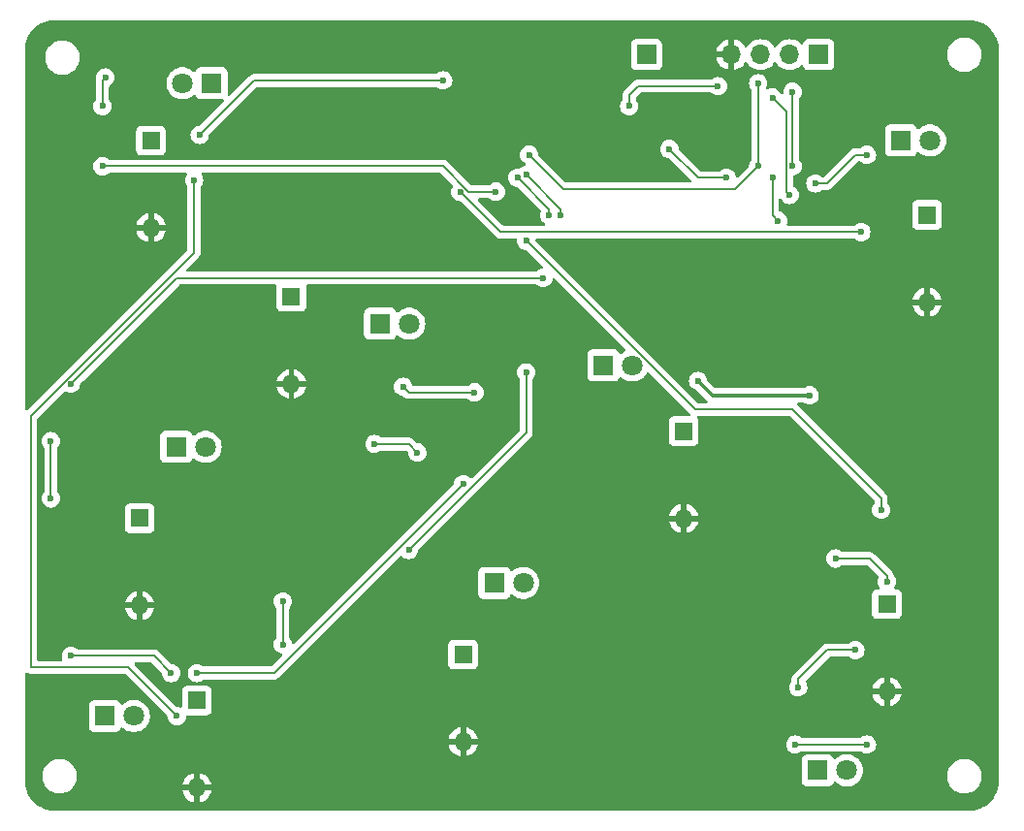
<source format=gbl>
G04 #@! TF.GenerationSoftware,KiCad,Pcbnew,8.0.5*
G04 #@! TF.CreationDate,2024-11-10T14:51:54+09:00*
G04 #@! TF.ProjectId,house_controller_multiplex_breakout_board,686f7573-655f-4636-9f6e-74726f6c6c65,rev?*
G04 #@! TF.SameCoordinates,Original*
G04 #@! TF.FileFunction,Copper,L4,Bot*
G04 #@! TF.FilePolarity,Positive*
%FSLAX46Y46*%
G04 Gerber Fmt 4.6, Leading zero omitted, Abs format (unit mm)*
G04 Created by KiCad (PCBNEW 8.0.5) date 2024-11-10 14:51:54*
%MOMM*%
%LPD*%
G01*
G04 APERTURE LIST*
G04 #@! TA.AperFunction,ComponentPad*
%ADD10R,1.600000X1.600000*%
G04 #@! TD*
G04 #@! TA.AperFunction,ComponentPad*
%ADD11O,1.600000X1.600000*%
G04 #@! TD*
G04 #@! TA.AperFunction,ComponentPad*
%ADD12R,1.800000X1.800000*%
G04 #@! TD*
G04 #@! TA.AperFunction,ComponentPad*
%ADD13C,1.800000*%
G04 #@! TD*
G04 #@! TA.AperFunction,ComponentPad*
%ADD14R,1.700000X1.700000*%
G04 #@! TD*
G04 #@! TA.AperFunction,ComponentPad*
%ADD15O,1.700000X1.700000*%
G04 #@! TD*
G04 #@! TA.AperFunction,ViaPad*
%ADD16C,0.600000*%
G04 #@! TD*
G04 #@! TA.AperFunction,Conductor*
%ADD17C,0.127000*%
G04 #@! TD*
G04 #@! TA.AperFunction,Conductor*
%ADD18C,0.300000*%
G04 #@! TD*
G04 APERTURE END LIST*
D10*
X140750000Y-75000000D03*
D11*
X140750000Y-82620000D03*
D10*
X77000000Y-117380000D03*
D11*
X77000000Y-125000000D03*
D12*
X75210000Y-95250000D03*
D13*
X77750000Y-95250000D03*
D14*
X131290000Y-61000000D03*
D15*
X128750000Y-61000000D03*
X126210000Y-61000000D03*
X123670000Y-61000000D03*
D10*
X137250000Y-108982500D03*
D11*
X137250000Y-116602500D03*
D12*
X68960000Y-118750000D03*
D13*
X71500000Y-118750000D03*
D10*
X85250000Y-82130000D03*
D11*
X85250000Y-89750000D03*
D12*
X102960000Y-107130000D03*
D13*
X105500000Y-107130000D03*
D10*
X72000000Y-101482500D03*
D11*
X72000000Y-109102500D03*
D12*
X112500000Y-88147500D03*
D13*
X115040000Y-88147500D03*
D12*
X93000000Y-84500000D03*
D13*
X95540000Y-84500000D03*
D10*
X119500000Y-93880000D03*
D11*
X119500000Y-101500000D03*
D12*
X78275000Y-63500000D03*
D13*
X75735000Y-63500000D03*
D14*
X116250000Y-61000000D03*
D12*
X131210000Y-123500000D03*
D13*
X133750000Y-123500000D03*
D12*
X138475000Y-68500000D03*
D13*
X141015000Y-68500000D03*
D10*
X100250000Y-113380000D03*
D11*
X100250000Y-121000000D03*
D10*
X73000000Y-68500000D03*
D11*
X73000000Y-76120000D03*
D16*
X126000000Y-63500000D03*
X106000000Y-69750000D03*
X126000000Y-70750000D03*
X120750000Y-89500000D03*
X130500000Y-90750000D03*
X129000000Y-70750000D03*
X129000000Y-64250000D03*
X106750000Y-66250000D03*
X113000000Y-71250000D03*
X94250000Y-75500000D03*
X118250000Y-66500000D03*
X109000000Y-78250000D03*
X99000000Y-75500000D03*
X87000000Y-75500000D03*
X96250000Y-77250000D03*
X76750000Y-72000000D03*
X75250000Y-118750000D03*
X77250000Y-68000000D03*
X98500000Y-63250000D03*
X135000000Y-76500000D03*
X100000000Y-73000000D03*
X105750000Y-77250000D03*
X136750000Y-100750000D03*
X68750000Y-65500000D03*
X69000000Y-63000000D03*
X92500000Y-95000000D03*
X96250000Y-95750000D03*
X128750000Y-73250000D03*
X114750000Y-65500000D03*
X127250000Y-64750000D03*
X122500000Y-63750000D03*
X129500000Y-116250000D03*
X132750000Y-105000000D03*
X127750000Y-75500000D03*
X123250000Y-71750000D03*
X137250000Y-107000000D03*
X127250000Y-71750000D03*
X134500000Y-113000000D03*
X118250000Y-69250000D03*
X84500000Y-112500000D03*
X84500000Y-108750000D03*
X105750000Y-88750000D03*
X95500000Y-104250000D03*
X64250000Y-94750000D03*
X107250000Y-80500000D03*
X64250000Y-99750000D03*
X66000000Y-89750000D03*
X101250000Y-90500000D03*
X95000000Y-90000000D03*
X135500000Y-69750000D03*
X131000000Y-72250000D03*
X103112500Y-72975000D03*
X68750000Y-70750000D03*
X108750000Y-75000000D03*
X105750000Y-71500000D03*
X135500000Y-121250000D03*
X129250000Y-121250000D03*
X77000000Y-115000000D03*
X107750000Y-75000000D03*
X100250000Y-98500000D03*
X105000000Y-71750000D03*
X74750000Y-115000000D03*
X66000000Y-113500000D03*
D17*
X109000000Y-72750000D02*
X106000000Y-69750000D01*
X113250000Y-72750000D02*
X109000000Y-72750000D01*
X126000000Y-70750000D02*
X124000000Y-72750000D01*
X124000000Y-72750000D02*
X113250000Y-72750000D01*
X126000000Y-63500000D02*
X126000000Y-70750000D01*
D18*
X130500000Y-90750000D02*
X122000000Y-90750000D01*
X122000000Y-90750000D02*
X120750000Y-89500000D01*
D17*
X129000000Y-64250000D02*
X129000000Y-70750000D01*
X71000000Y-114500000D02*
X75250000Y-118750000D01*
X98500000Y-63250000D02*
X82000000Y-63250000D01*
X62500000Y-92556328D02*
X62500000Y-114500000D01*
X82000000Y-63250000D02*
X77250000Y-68000000D01*
X76750000Y-78306328D02*
X62500000Y-92556328D01*
X62500000Y-114500000D02*
X71000000Y-114500000D01*
X76750000Y-72000000D02*
X76750000Y-78306328D01*
X103500000Y-76500000D02*
X100000000Y-73000000D01*
X135000000Y-76500000D02*
X103500000Y-76500000D01*
X105750000Y-77250000D02*
X120490500Y-91990500D01*
X120490500Y-91990500D02*
X128990500Y-91990500D01*
X136750000Y-99750000D02*
X136750000Y-100750000D01*
X128990500Y-91990500D02*
X136750000Y-99750000D01*
X68750000Y-63250000D02*
X68750000Y-65500000D01*
X69000000Y-63000000D02*
X68750000Y-63250000D01*
X95500000Y-95000000D02*
X96250000Y-95750000D01*
X92500000Y-95000000D02*
X95500000Y-95000000D01*
X122500000Y-63750000D02*
X115500000Y-63750000D01*
X114750000Y-64500000D02*
X114750000Y-65500000D01*
X115500000Y-63750000D02*
X114750000Y-64500000D01*
X128500000Y-73000000D02*
X128500000Y-66000000D01*
X128500000Y-66000000D02*
X127250000Y-64750000D01*
X128750000Y-73250000D02*
X128500000Y-73000000D01*
X134500000Y-113000000D02*
X132000000Y-113000000D01*
X137250000Y-106500000D02*
X137250000Y-107000000D01*
X118250000Y-69250000D02*
X120750000Y-71750000D01*
X120750000Y-71750000D02*
X123250000Y-71750000D01*
X127250000Y-71750000D02*
X127250000Y-75000000D01*
X137000000Y-106250000D02*
X137250000Y-106500000D01*
X129500000Y-115500000D02*
X129500000Y-116250000D01*
X132000000Y-113000000D02*
X129500000Y-115500000D01*
X135750000Y-105000000D02*
X137000000Y-106250000D01*
X127250000Y-75000000D02*
X127750000Y-75500000D01*
X132750000Y-105000000D02*
X135750000Y-105000000D01*
X84500000Y-108750000D02*
X84500000Y-112500000D01*
X105750000Y-94000000D02*
X105750000Y-88750000D01*
X95500000Y-104250000D02*
X105750000Y-94000000D01*
X64250000Y-99750000D02*
X64250000Y-94750000D01*
X107250000Y-80500000D02*
X75250000Y-80500000D01*
X75250000Y-80500000D02*
X66000000Y-89750000D01*
X101250000Y-90500000D02*
X95500000Y-90500000D01*
X95500000Y-90500000D02*
X95000000Y-90000000D01*
X131000000Y-72250000D02*
X132000000Y-72250000D01*
X134500000Y-69750000D02*
X135500000Y-69750000D01*
X132000000Y-72250000D02*
X134500000Y-69750000D01*
X98500000Y-70750000D02*
X100725000Y-72975000D01*
X68750000Y-70750000D02*
X98500000Y-70750000D01*
X100725000Y-72975000D02*
X103112500Y-72975000D01*
X108750000Y-74500000D02*
X108750000Y-75000000D01*
X105750000Y-71500000D02*
X108750000Y-74500000D01*
X135500000Y-121250000D02*
X129250000Y-121250000D01*
X73250000Y-113500000D02*
X66000000Y-113500000D01*
X105000000Y-71750000D02*
X107750000Y-74500000D01*
X74750000Y-115000000D02*
X73250000Y-113500000D01*
X100250000Y-98500000D02*
X83750000Y-115000000D01*
X83750000Y-115000000D02*
X77000000Y-115000000D01*
X107750000Y-74500000D02*
X107750000Y-75000000D01*
G04 #@! TA.AperFunction,Conductor*
G36*
X144503736Y-58000726D02*
G01*
X144793796Y-58018271D01*
X144808659Y-58020076D01*
X145090798Y-58071780D01*
X145105335Y-58075363D01*
X145379172Y-58160695D01*
X145393163Y-58166000D01*
X145654743Y-58283727D01*
X145667989Y-58290680D01*
X145913465Y-58439075D01*
X145925776Y-58447573D01*
X146151573Y-58624473D01*
X146162781Y-58634403D01*
X146365596Y-58837218D01*
X146375526Y-58848426D01*
X146495481Y-59001538D01*
X146552422Y-59074217D01*
X146560928Y-59086540D01*
X146709316Y-59332004D01*
X146716275Y-59345263D01*
X146833997Y-59606831D01*
X146839306Y-59620832D01*
X146924635Y-59894663D01*
X146928219Y-59909201D01*
X146979923Y-60191340D01*
X146981728Y-60206205D01*
X146999274Y-60496263D01*
X146999500Y-60503750D01*
X146999500Y-124496249D01*
X146999274Y-124503736D01*
X146981728Y-124793794D01*
X146979923Y-124808659D01*
X146928219Y-125090798D01*
X146924635Y-125105336D01*
X146839306Y-125379167D01*
X146833997Y-125393168D01*
X146716275Y-125654736D01*
X146709316Y-125667995D01*
X146560928Y-125913459D01*
X146552422Y-125925782D01*
X146375526Y-126151573D01*
X146365596Y-126162781D01*
X146162781Y-126365596D01*
X146151573Y-126375526D01*
X145925782Y-126552422D01*
X145913459Y-126560928D01*
X145667995Y-126709316D01*
X145654736Y-126716275D01*
X145393168Y-126833997D01*
X145379167Y-126839306D01*
X145105336Y-126924635D01*
X145090798Y-126928219D01*
X144808659Y-126979923D01*
X144793794Y-126981728D01*
X144503736Y-126999274D01*
X144496249Y-126999500D01*
X64503751Y-126999500D01*
X64496264Y-126999274D01*
X64206205Y-126981728D01*
X64191340Y-126979923D01*
X63909201Y-126928219D01*
X63894663Y-126924635D01*
X63620832Y-126839306D01*
X63606831Y-126833997D01*
X63345263Y-126716275D01*
X63332004Y-126709316D01*
X63086540Y-126560928D01*
X63074217Y-126552422D01*
X62848426Y-126375526D01*
X62837218Y-126365596D01*
X62634403Y-126162781D01*
X62624473Y-126151573D01*
X62607677Y-126130134D01*
X62447573Y-125925776D01*
X62439075Y-125913465D01*
X62290680Y-125667989D01*
X62283727Y-125654743D01*
X62166000Y-125393163D01*
X62160693Y-125379167D01*
X62075364Y-125105336D01*
X62071780Y-125090798D01*
X62020076Y-124808659D01*
X62018271Y-124793794D01*
X62016078Y-124757547D01*
X62000726Y-124503736D01*
X62000500Y-124496249D01*
X62000500Y-123881902D01*
X63499500Y-123881902D01*
X63499500Y-124118097D01*
X63536446Y-124351368D01*
X63609433Y-124575996D01*
X63698093Y-124749999D01*
X63716657Y-124786433D01*
X63855483Y-124977510D01*
X64022490Y-125144517D01*
X64213567Y-125283343D01*
X64312991Y-125334002D01*
X64424003Y-125390566D01*
X64424005Y-125390566D01*
X64424008Y-125390568D01*
X64453037Y-125400000D01*
X64648631Y-125463553D01*
X64881903Y-125500500D01*
X64881908Y-125500500D01*
X65118097Y-125500500D01*
X65351368Y-125463553D01*
X65404387Y-125446326D01*
X65575992Y-125390568D01*
X65786433Y-125283343D01*
X65977510Y-125144517D01*
X66144517Y-124977510D01*
X66283343Y-124786433D01*
X66301907Y-124749999D01*
X75721127Y-124749999D01*
X75721128Y-124750000D01*
X76684314Y-124750000D01*
X76679920Y-124754394D01*
X76627259Y-124845606D01*
X76600000Y-124947339D01*
X76600000Y-125052661D01*
X76627259Y-125154394D01*
X76679920Y-125245606D01*
X76684314Y-125250000D01*
X75721128Y-125250000D01*
X75773730Y-125446317D01*
X75773734Y-125446326D01*
X75869865Y-125652482D01*
X76000342Y-125838820D01*
X76161179Y-125999657D01*
X76347517Y-126130134D01*
X76553673Y-126226265D01*
X76553682Y-126226269D01*
X76749999Y-126278872D01*
X76750000Y-126278871D01*
X76750000Y-125315686D01*
X76754394Y-125320080D01*
X76845606Y-125372741D01*
X76947339Y-125400000D01*
X77052661Y-125400000D01*
X77154394Y-125372741D01*
X77245606Y-125320080D01*
X77250000Y-125315686D01*
X77250000Y-126278872D01*
X77446317Y-126226269D01*
X77446326Y-126226265D01*
X77652482Y-126130134D01*
X77838820Y-125999657D01*
X77999657Y-125838820D01*
X78130134Y-125652482D01*
X78226265Y-125446326D01*
X78226269Y-125446317D01*
X78278872Y-125250000D01*
X77315686Y-125250000D01*
X77320080Y-125245606D01*
X77372741Y-125154394D01*
X77400000Y-125052661D01*
X77400000Y-124947339D01*
X77372741Y-124845606D01*
X77320080Y-124754394D01*
X77315686Y-124750000D01*
X78278872Y-124750000D01*
X78278872Y-124749999D01*
X78226269Y-124553682D01*
X78226265Y-124553673D01*
X78130134Y-124347517D01*
X77999657Y-124161179D01*
X77838820Y-124000342D01*
X77652482Y-123869865D01*
X77446328Y-123773734D01*
X77250000Y-123721127D01*
X77250000Y-124684314D01*
X77245606Y-124679920D01*
X77154394Y-124627259D01*
X77052661Y-124600000D01*
X76947339Y-124600000D01*
X76845606Y-124627259D01*
X76754394Y-124679920D01*
X76750000Y-124684314D01*
X76750000Y-123721127D01*
X76553671Y-123773734D01*
X76347517Y-123869865D01*
X76161179Y-124000342D01*
X76000342Y-124161179D01*
X75869865Y-124347517D01*
X75773734Y-124553673D01*
X75773730Y-124553682D01*
X75721127Y-124749999D01*
X66301907Y-124749999D01*
X66390568Y-124575992D01*
X66463553Y-124351368D01*
X66469086Y-124316436D01*
X66500500Y-124118097D01*
X66500500Y-123881902D01*
X66463553Y-123648631D01*
X66390566Y-123424003D01*
X66334002Y-123312991D01*
X66283343Y-123213567D01*
X66144517Y-123022490D01*
X65977510Y-122855483D01*
X65786433Y-122716657D01*
X65575996Y-122609433D01*
X65399653Y-122552135D01*
X129809500Y-122552135D01*
X129809500Y-124447870D01*
X129809501Y-124447876D01*
X129815908Y-124507483D01*
X129866202Y-124642328D01*
X129866206Y-124642335D01*
X129952452Y-124757544D01*
X129952455Y-124757547D01*
X130067664Y-124843793D01*
X130067671Y-124843797D01*
X130202517Y-124894091D01*
X130202516Y-124894091D01*
X130209444Y-124894835D01*
X130262127Y-124900500D01*
X132157872Y-124900499D01*
X132217483Y-124894091D01*
X132352331Y-124843796D01*
X132467546Y-124757546D01*
X132553796Y-124642331D01*
X132553798Y-124642326D01*
X132582455Y-124565493D01*
X132624326Y-124509559D01*
X132689790Y-124485141D01*
X132758063Y-124499992D01*
X132789866Y-124524843D01*
X132797302Y-124532920D01*
X132798215Y-124533912D01*
X132798222Y-124533918D01*
X132981365Y-124676464D01*
X132981371Y-124676468D01*
X132981374Y-124676470D01*
X133117245Y-124750000D01*
X133184567Y-124786433D01*
X133185497Y-124786936D01*
X133227283Y-124801281D01*
X133405015Y-124862297D01*
X133405017Y-124862297D01*
X133405019Y-124862298D01*
X133633951Y-124900500D01*
X133633952Y-124900500D01*
X133866048Y-124900500D01*
X133866049Y-124900500D01*
X134094981Y-124862298D01*
X134314503Y-124786936D01*
X134518626Y-124676470D01*
X134701784Y-124533913D01*
X134858979Y-124363153D01*
X134869195Y-124347517D01*
X134889501Y-124316436D01*
X134985924Y-124168849D01*
X135079157Y-123956300D01*
X135097997Y-123881902D01*
X142499500Y-123881902D01*
X142499500Y-124118097D01*
X142536446Y-124351368D01*
X142609433Y-124575996D01*
X142698093Y-124749999D01*
X142716657Y-124786433D01*
X142855483Y-124977510D01*
X143022490Y-125144517D01*
X143213567Y-125283343D01*
X143312991Y-125334002D01*
X143424003Y-125390566D01*
X143424005Y-125390566D01*
X143424008Y-125390568D01*
X143453037Y-125400000D01*
X143648631Y-125463553D01*
X143881903Y-125500500D01*
X143881908Y-125500500D01*
X144118097Y-125500500D01*
X144351368Y-125463553D01*
X144404387Y-125446326D01*
X144575992Y-125390568D01*
X144786433Y-125283343D01*
X144977510Y-125144517D01*
X145144517Y-124977510D01*
X145283343Y-124786433D01*
X145390568Y-124575992D01*
X145463553Y-124351368D01*
X145469086Y-124316436D01*
X145500500Y-124118097D01*
X145500500Y-123881902D01*
X145463553Y-123648631D01*
X145390566Y-123424003D01*
X145334002Y-123312991D01*
X145283343Y-123213567D01*
X145144517Y-123022490D01*
X144977510Y-122855483D01*
X144786433Y-122716657D01*
X144575996Y-122609433D01*
X144351368Y-122536446D01*
X144118097Y-122499500D01*
X144118092Y-122499500D01*
X143881908Y-122499500D01*
X143881903Y-122499500D01*
X143648631Y-122536446D01*
X143424003Y-122609433D01*
X143213566Y-122716657D01*
X143104550Y-122795862D01*
X143022490Y-122855483D01*
X143022488Y-122855485D01*
X143022487Y-122855485D01*
X142855485Y-123022487D01*
X142855485Y-123022488D01*
X142855483Y-123022490D01*
X142840074Y-123043699D01*
X142716657Y-123213566D01*
X142609433Y-123424003D01*
X142536446Y-123648631D01*
X142499500Y-123881902D01*
X135097997Y-123881902D01*
X135136134Y-123731305D01*
X135136135Y-123731297D01*
X135155300Y-123500006D01*
X135155300Y-123499993D01*
X135136135Y-123268702D01*
X135136133Y-123268691D01*
X135079157Y-123043699D01*
X134985924Y-122831151D01*
X134858983Y-122636852D01*
X134858980Y-122636849D01*
X134858979Y-122636847D01*
X134701784Y-122466087D01*
X134701779Y-122466083D01*
X134701777Y-122466081D01*
X134518634Y-122323535D01*
X134518628Y-122323531D01*
X134314504Y-122213064D01*
X134314495Y-122213061D01*
X134094984Y-122137702D01*
X133904450Y-122105908D01*
X133866049Y-122099500D01*
X133633951Y-122099500D01*
X133595550Y-122105908D01*
X133405015Y-122137702D01*
X133185504Y-122213061D01*
X133185495Y-122213064D01*
X132981371Y-122323531D01*
X132981365Y-122323535D01*
X132798222Y-122466081D01*
X132798218Y-122466085D01*
X132789866Y-122475158D01*
X132729979Y-122511148D01*
X132660141Y-122509047D01*
X132602525Y-122469522D01*
X132582455Y-122434507D01*
X132553797Y-122357671D01*
X132553793Y-122357664D01*
X132467547Y-122242455D01*
X132467544Y-122242452D01*
X132352335Y-122156206D01*
X132352328Y-122156202D01*
X132217482Y-122105908D01*
X132217483Y-122105908D01*
X132157883Y-122099501D01*
X132157881Y-122099500D01*
X132157873Y-122099500D01*
X132157864Y-122099500D01*
X130262129Y-122099500D01*
X130262123Y-122099501D01*
X130202516Y-122105908D01*
X130067671Y-122156202D01*
X130067664Y-122156206D01*
X129952455Y-122242452D01*
X129952452Y-122242455D01*
X129866206Y-122357664D01*
X129866202Y-122357671D01*
X129815908Y-122492517D01*
X129809501Y-122552116D01*
X129809500Y-122552135D01*
X65399653Y-122552135D01*
X65351368Y-122536446D01*
X65118097Y-122499500D01*
X65118092Y-122499500D01*
X64881908Y-122499500D01*
X64881903Y-122499500D01*
X64648631Y-122536446D01*
X64424003Y-122609433D01*
X64213566Y-122716657D01*
X64104550Y-122795862D01*
X64022490Y-122855483D01*
X64022488Y-122855485D01*
X64022487Y-122855485D01*
X63855485Y-123022487D01*
X63855485Y-123022488D01*
X63855483Y-123022490D01*
X63840074Y-123043699D01*
X63716657Y-123213566D01*
X63609433Y-123424003D01*
X63536446Y-123648631D01*
X63499500Y-123881902D01*
X62000500Y-123881902D01*
X62000500Y-120749999D01*
X98971127Y-120749999D01*
X98971128Y-120750000D01*
X99934314Y-120750000D01*
X99929920Y-120754394D01*
X99877259Y-120845606D01*
X99850000Y-120947339D01*
X99850000Y-121052661D01*
X99877259Y-121154394D01*
X99929920Y-121245606D01*
X99934314Y-121250000D01*
X98971128Y-121250000D01*
X99023730Y-121446317D01*
X99023734Y-121446326D01*
X99119865Y-121652482D01*
X99250342Y-121838820D01*
X99411179Y-121999657D01*
X99597517Y-122130134D01*
X99803673Y-122226265D01*
X99803682Y-122226269D01*
X99999999Y-122278872D01*
X100000000Y-122278871D01*
X100000000Y-121315686D01*
X100004394Y-121320080D01*
X100095606Y-121372741D01*
X100197339Y-121400000D01*
X100302661Y-121400000D01*
X100404394Y-121372741D01*
X100495606Y-121320080D01*
X100500000Y-121315686D01*
X100500000Y-122278872D01*
X100696317Y-122226269D01*
X100696326Y-122226265D01*
X100902482Y-122130134D01*
X101088820Y-121999657D01*
X101249657Y-121838820D01*
X101380134Y-121652482D01*
X101476265Y-121446326D01*
X101476269Y-121446317D01*
X101528872Y-121250000D01*
X100565686Y-121250000D01*
X100565690Y-121249996D01*
X128444435Y-121249996D01*
X128444435Y-121250000D01*
X128464630Y-121429249D01*
X128464631Y-121429254D01*
X128524211Y-121599523D01*
X128557488Y-121652482D01*
X128620184Y-121752262D01*
X128747738Y-121879816D01*
X128900478Y-121975789D01*
X128968689Y-121999657D01*
X129070745Y-122035368D01*
X129070750Y-122035369D01*
X129249996Y-122055565D01*
X129250000Y-122055565D01*
X129250004Y-122055565D01*
X129429249Y-122035369D01*
X129429252Y-122035368D01*
X129429255Y-122035368D01*
X129599522Y-121975789D01*
X129752262Y-121879816D01*
X129781759Y-121850319D01*
X129843082Y-121816834D01*
X129869440Y-121814000D01*
X134880560Y-121814000D01*
X134947599Y-121833685D01*
X134968241Y-121850319D01*
X134997738Y-121879816D01*
X135150478Y-121975789D01*
X135218689Y-121999657D01*
X135320745Y-122035368D01*
X135320750Y-122035369D01*
X135499996Y-122055565D01*
X135500000Y-122055565D01*
X135500004Y-122055565D01*
X135679249Y-122035369D01*
X135679252Y-122035368D01*
X135679255Y-122035368D01*
X135849522Y-121975789D01*
X136002262Y-121879816D01*
X136129816Y-121752262D01*
X136225789Y-121599522D01*
X136285368Y-121429255D01*
X136305565Y-121250000D01*
X136285368Y-121070745D01*
X136225789Y-120900478D01*
X136129816Y-120747738D01*
X136002262Y-120620184D01*
X135849523Y-120524211D01*
X135679254Y-120464631D01*
X135679249Y-120464630D01*
X135500004Y-120444435D01*
X135499996Y-120444435D01*
X135320750Y-120464630D01*
X135320745Y-120464631D01*
X135150476Y-120524211D01*
X134997737Y-120620184D01*
X134968241Y-120649681D01*
X134906918Y-120683166D01*
X134880560Y-120686000D01*
X129869440Y-120686000D01*
X129802401Y-120666315D01*
X129781759Y-120649681D01*
X129752262Y-120620184D01*
X129599523Y-120524211D01*
X129429254Y-120464631D01*
X129429249Y-120464630D01*
X129250004Y-120444435D01*
X129249996Y-120444435D01*
X129070750Y-120464630D01*
X129070745Y-120464631D01*
X128900476Y-120524211D01*
X128747737Y-120620184D01*
X128620184Y-120747737D01*
X128524211Y-120900476D01*
X128464631Y-121070745D01*
X128464630Y-121070750D01*
X128444435Y-121249996D01*
X100565690Y-121249996D01*
X100570080Y-121245606D01*
X100622741Y-121154394D01*
X100650000Y-121052661D01*
X100650000Y-120947339D01*
X100622741Y-120845606D01*
X100570080Y-120754394D01*
X100565686Y-120750000D01*
X101528872Y-120750000D01*
X101528872Y-120749999D01*
X101476269Y-120553682D01*
X101476265Y-120553673D01*
X101380134Y-120347517D01*
X101249657Y-120161179D01*
X101088820Y-120000342D01*
X100902482Y-119869865D01*
X100696328Y-119773734D01*
X100500000Y-119721127D01*
X100500000Y-120684314D01*
X100495606Y-120679920D01*
X100404394Y-120627259D01*
X100302661Y-120600000D01*
X100197339Y-120600000D01*
X100095606Y-120627259D01*
X100004394Y-120679920D01*
X100000000Y-120684314D01*
X100000000Y-119721127D01*
X99803671Y-119773734D01*
X99597517Y-119869865D01*
X99411179Y-120000342D01*
X99250342Y-120161179D01*
X99119865Y-120347517D01*
X99023734Y-120553673D01*
X99023730Y-120553682D01*
X98971127Y-120749999D01*
X62000500Y-120749999D01*
X62000500Y-117802135D01*
X67559500Y-117802135D01*
X67559500Y-119697870D01*
X67559501Y-119697876D01*
X67565908Y-119757483D01*
X67616202Y-119892328D01*
X67616206Y-119892335D01*
X67702452Y-120007544D01*
X67702455Y-120007547D01*
X67817664Y-120093793D01*
X67817671Y-120093797D01*
X67952517Y-120144091D01*
X67952516Y-120144091D01*
X67959444Y-120144835D01*
X68012127Y-120150500D01*
X69907872Y-120150499D01*
X69967483Y-120144091D01*
X70102331Y-120093796D01*
X70217546Y-120007546D01*
X70303796Y-119892331D01*
X70332455Y-119815493D01*
X70374326Y-119759559D01*
X70439790Y-119735141D01*
X70508063Y-119749992D01*
X70539866Y-119774843D01*
X70547302Y-119782920D01*
X70548215Y-119783912D01*
X70548222Y-119783918D01*
X70731365Y-119926464D01*
X70731371Y-119926468D01*
X70731374Y-119926470D01*
X70935497Y-120036936D01*
X71049487Y-120076068D01*
X71155015Y-120112297D01*
X71155017Y-120112297D01*
X71155019Y-120112298D01*
X71383951Y-120150500D01*
X71383952Y-120150500D01*
X71616048Y-120150500D01*
X71616049Y-120150500D01*
X71844981Y-120112298D01*
X72064503Y-120036936D01*
X72268626Y-119926470D01*
X72451784Y-119783913D01*
X72608979Y-119613153D01*
X72735924Y-119418849D01*
X72829157Y-119206300D01*
X72886134Y-118981305D01*
X72890447Y-118929254D01*
X72905300Y-118750006D01*
X72905300Y-118749993D01*
X72886135Y-118518702D01*
X72886133Y-118518691D01*
X72829157Y-118293699D01*
X72735924Y-118081151D01*
X72608983Y-117886852D01*
X72608980Y-117886849D01*
X72608979Y-117886847D01*
X72451784Y-117716087D01*
X72451779Y-117716083D01*
X72451777Y-117716081D01*
X72268634Y-117573535D01*
X72268628Y-117573531D01*
X72064504Y-117463064D01*
X72064495Y-117463061D01*
X71844984Y-117387702D01*
X71654450Y-117355908D01*
X71616049Y-117349500D01*
X71383951Y-117349500D01*
X71345550Y-117355908D01*
X71155015Y-117387702D01*
X70935504Y-117463061D01*
X70935495Y-117463064D01*
X70731371Y-117573531D01*
X70731365Y-117573535D01*
X70548222Y-117716081D01*
X70548218Y-117716085D01*
X70539866Y-117725158D01*
X70479979Y-117761148D01*
X70410141Y-117759047D01*
X70352525Y-117719522D01*
X70332455Y-117684507D01*
X70303797Y-117607671D01*
X70303793Y-117607664D01*
X70217547Y-117492455D01*
X70217544Y-117492452D01*
X70102335Y-117406206D01*
X70102328Y-117406202D01*
X69967482Y-117355908D01*
X69967483Y-117355908D01*
X69907883Y-117349501D01*
X69907881Y-117349500D01*
X69907873Y-117349500D01*
X69907864Y-117349500D01*
X68012129Y-117349500D01*
X68012123Y-117349501D01*
X67952516Y-117355908D01*
X67817671Y-117406202D01*
X67817664Y-117406206D01*
X67702455Y-117492452D01*
X67702452Y-117492455D01*
X67616206Y-117607664D01*
X67616202Y-117607671D01*
X67565908Y-117742517D01*
X67559501Y-117802116D01*
X67559500Y-117802135D01*
X62000500Y-117802135D01*
X62000500Y-115077639D01*
X62020185Y-115010600D01*
X62072989Y-114964845D01*
X62142147Y-114954901D01*
X62186498Y-114970251D01*
X62282304Y-115025565D01*
X62425748Y-115064000D01*
X70715022Y-115064000D01*
X70782061Y-115083685D01*
X70802703Y-115100319D01*
X74412743Y-118710360D01*
X74446228Y-118771683D01*
X74448282Y-118784157D01*
X74464630Y-118929250D01*
X74464631Y-118929254D01*
X74524211Y-119099523D01*
X74591304Y-119206300D01*
X74620184Y-119252262D01*
X74747738Y-119379816D01*
X74900478Y-119475789D01*
X75070745Y-119535368D01*
X75070750Y-119535369D01*
X75249996Y-119555565D01*
X75250000Y-119555565D01*
X75250004Y-119555565D01*
X75429249Y-119535369D01*
X75429252Y-119535368D01*
X75429255Y-119535368D01*
X75599522Y-119475789D01*
X75752262Y-119379816D01*
X75879816Y-119252262D01*
X75975789Y-119099522D01*
X76035368Y-118929255D01*
X76050989Y-118790616D01*
X76078055Y-118726202D01*
X76135650Y-118686647D01*
X76174202Y-118680499D01*
X77847872Y-118680499D01*
X77907483Y-118674091D01*
X78042331Y-118623796D01*
X78157546Y-118537546D01*
X78243796Y-118422331D01*
X78294091Y-118287483D01*
X78300500Y-118227873D01*
X78300499Y-116532128D01*
X78294091Y-116472517D01*
X78284986Y-116448106D01*
X78243797Y-116337671D01*
X78243793Y-116337664D01*
X78178164Y-116249996D01*
X128694435Y-116249996D01*
X128694435Y-116250003D01*
X128714630Y-116429249D01*
X128714631Y-116429254D01*
X128774211Y-116599523D01*
X128809171Y-116655161D01*
X128870184Y-116752262D01*
X128997738Y-116879816D01*
X129088080Y-116936582D01*
X129149605Y-116975241D01*
X129150478Y-116975789D01*
X129226814Y-117002500D01*
X129320745Y-117035368D01*
X129320750Y-117035369D01*
X129499996Y-117055565D01*
X129500000Y-117055565D01*
X129500004Y-117055565D01*
X129679249Y-117035369D01*
X129679252Y-117035368D01*
X129679255Y-117035368D01*
X129849522Y-116975789D01*
X130002262Y-116879816D01*
X130129816Y-116752262D01*
X130225789Y-116599522D01*
X130285368Y-116429255D01*
X130294016Y-116352500D01*
X130294016Y-116352499D01*
X135971127Y-116352499D01*
X135971128Y-116352500D01*
X136934314Y-116352500D01*
X136929920Y-116356894D01*
X136877259Y-116448106D01*
X136850000Y-116549839D01*
X136850000Y-116655161D01*
X136877259Y-116756894D01*
X136929920Y-116848106D01*
X136934314Y-116852500D01*
X135971128Y-116852500D01*
X136023730Y-117048817D01*
X136023734Y-117048826D01*
X136119865Y-117254982D01*
X136250342Y-117441320D01*
X136411179Y-117602157D01*
X136597517Y-117732634D01*
X136803673Y-117828765D01*
X136803682Y-117828769D01*
X136999999Y-117881372D01*
X137000000Y-117881371D01*
X137000000Y-116918186D01*
X137004394Y-116922580D01*
X137095606Y-116975241D01*
X137197339Y-117002500D01*
X137302661Y-117002500D01*
X137404394Y-116975241D01*
X137495606Y-116922580D01*
X137500000Y-116918186D01*
X137500000Y-117881372D01*
X137696317Y-117828769D01*
X137696326Y-117828765D01*
X137902482Y-117732634D01*
X138088820Y-117602157D01*
X138249657Y-117441320D01*
X138380134Y-117254982D01*
X138476265Y-117048826D01*
X138476269Y-117048817D01*
X138528872Y-116852500D01*
X137565686Y-116852500D01*
X137570080Y-116848106D01*
X137622741Y-116756894D01*
X137650000Y-116655161D01*
X137650000Y-116549839D01*
X137622741Y-116448106D01*
X137570080Y-116356894D01*
X137565686Y-116352500D01*
X138528872Y-116352500D01*
X138528872Y-116352499D01*
X138476269Y-116156182D01*
X138476265Y-116156173D01*
X138380134Y-115950017D01*
X138249657Y-115763679D01*
X138088820Y-115602842D01*
X137902482Y-115472365D01*
X137696328Y-115376234D01*
X137500000Y-115323627D01*
X137500000Y-116286814D01*
X137495606Y-116282420D01*
X137404394Y-116229759D01*
X137302661Y-116202500D01*
X137197339Y-116202500D01*
X137095606Y-116229759D01*
X137004394Y-116282420D01*
X137000000Y-116286814D01*
X137000000Y-115323627D01*
X136803671Y-115376234D01*
X136597517Y-115472365D01*
X136411179Y-115602842D01*
X136250342Y-115763679D01*
X136119865Y-115950017D01*
X136023734Y-116156173D01*
X136023730Y-116156182D01*
X135971127Y-116352499D01*
X130294016Y-116352499D01*
X130305565Y-116250003D01*
X130305565Y-116249996D01*
X130285369Y-116070750D01*
X130285368Y-116070745D01*
X130225788Y-115900476D01*
X130151580Y-115782375D01*
X130132580Y-115715138D01*
X130152948Y-115648303D01*
X130168888Y-115628727D01*
X132197297Y-113600319D01*
X132258620Y-113566834D01*
X132284978Y-113564000D01*
X133880560Y-113564000D01*
X133947599Y-113583685D01*
X133968241Y-113600319D01*
X133997738Y-113629816D01*
X134150478Y-113725789D01*
X134279812Y-113771045D01*
X134320745Y-113785368D01*
X134320750Y-113785369D01*
X134499996Y-113805565D01*
X134500000Y-113805565D01*
X134500004Y-113805565D01*
X134679249Y-113785369D01*
X134679252Y-113785368D01*
X134679255Y-113785368D01*
X134849522Y-113725789D01*
X135002262Y-113629816D01*
X135129816Y-113502262D01*
X135225789Y-113349522D01*
X135285368Y-113179255D01*
X135287451Y-113160767D01*
X135305565Y-113000003D01*
X135305565Y-112999996D01*
X135285369Y-112820750D01*
X135285368Y-112820745D01*
X135241170Y-112694435D01*
X135225789Y-112650478D01*
X135129816Y-112497738D01*
X135002262Y-112370184D01*
X134950507Y-112337664D01*
X134849523Y-112274211D01*
X134679254Y-112214631D01*
X134679249Y-112214630D01*
X134500004Y-112194435D01*
X134499996Y-112194435D01*
X134320750Y-112214630D01*
X134320745Y-112214631D01*
X134150476Y-112274211D01*
X133997737Y-112370184D01*
X133968241Y-112399681D01*
X133906918Y-112433166D01*
X133880560Y-112436000D01*
X131925747Y-112436000D01*
X131833501Y-112460716D01*
X131833501Y-112460717D01*
X131816435Y-112465289D01*
X131782302Y-112474435D01*
X131782301Y-112474436D01*
X131653699Y-112548685D01*
X131653693Y-112548689D01*
X129048688Y-115153694D01*
X129048684Y-115153699D01*
X129011737Y-115217695D01*
X129011737Y-115217696D01*
X128974433Y-115282305D01*
X128957287Y-115346302D01*
X128957287Y-115346303D01*
X128936000Y-115425748D01*
X128936000Y-115630560D01*
X128916315Y-115697599D01*
X128899681Y-115718241D01*
X128870184Y-115747737D01*
X128774211Y-115900476D01*
X128714631Y-116070745D01*
X128714630Y-116070750D01*
X128694435Y-116249996D01*
X78178164Y-116249996D01*
X78157547Y-116222455D01*
X78157544Y-116222452D01*
X78042335Y-116136206D01*
X78042328Y-116136202D01*
X77907482Y-116085908D01*
X77907483Y-116085908D01*
X77847883Y-116079501D01*
X77847881Y-116079500D01*
X77847873Y-116079500D01*
X77847864Y-116079500D01*
X76152129Y-116079500D01*
X76152123Y-116079501D01*
X76092516Y-116085908D01*
X75957671Y-116136202D01*
X75957664Y-116136206D01*
X75842455Y-116222452D01*
X75842452Y-116222455D01*
X75756206Y-116337664D01*
X75756202Y-116337671D01*
X75705908Y-116472517D01*
X75699501Y-116532116D01*
X75699501Y-116532123D01*
X75699500Y-116532135D01*
X75699500Y-117884432D01*
X75679815Y-117951471D01*
X75627011Y-117997226D01*
X75557853Y-118007170D01*
X75534546Y-118001474D01*
X75429257Y-117964632D01*
X75429250Y-117964630D01*
X75284157Y-117948282D01*
X75219743Y-117921215D01*
X75210360Y-117912743D01*
X73433819Y-116136202D01*
X71573296Y-114275680D01*
X71539812Y-114214358D01*
X71544796Y-114144666D01*
X71586668Y-114088733D01*
X71652132Y-114064316D01*
X71660978Y-114064000D01*
X72965022Y-114064000D01*
X73032061Y-114083685D01*
X73052703Y-114100319D01*
X73912744Y-114960360D01*
X73946229Y-115021683D01*
X73948283Y-115034158D01*
X73964630Y-115179249D01*
X73964631Y-115179254D01*
X74024211Y-115349523D01*
X74101398Y-115472365D01*
X74120184Y-115502262D01*
X74247738Y-115629816D01*
X74400478Y-115725789D01*
X74570745Y-115785368D01*
X74570750Y-115785369D01*
X74749996Y-115805565D01*
X74750000Y-115805565D01*
X74750004Y-115805565D01*
X74929249Y-115785369D01*
X74929252Y-115785368D01*
X74929255Y-115785368D01*
X75099522Y-115725789D01*
X75252262Y-115629816D01*
X75379816Y-115502262D01*
X75475789Y-115349522D01*
X75535368Y-115179255D01*
X75535369Y-115179249D01*
X75555565Y-115000003D01*
X75555565Y-114999996D01*
X76194435Y-114999996D01*
X76194435Y-115000003D01*
X76214630Y-115179249D01*
X76214631Y-115179254D01*
X76274211Y-115349523D01*
X76351398Y-115472365D01*
X76370184Y-115502262D01*
X76497738Y-115629816D01*
X76650478Y-115725789D01*
X76820745Y-115785368D01*
X76820750Y-115785369D01*
X76999996Y-115805565D01*
X77000000Y-115805565D01*
X77000004Y-115805565D01*
X77179249Y-115785369D01*
X77179252Y-115785368D01*
X77179255Y-115785368D01*
X77349522Y-115725789D01*
X77502262Y-115629816D01*
X77531759Y-115600319D01*
X77593082Y-115566834D01*
X77619440Y-115564000D01*
X83824251Y-115564000D01*
X83824253Y-115564000D01*
X83967696Y-115525565D01*
X83970041Y-115524211D01*
X84096304Y-115451313D01*
X84201313Y-115346304D01*
X84201313Y-115346302D01*
X84211517Y-115336099D01*
X84211521Y-115336094D01*
X87015480Y-112532135D01*
X98949500Y-112532135D01*
X98949500Y-114227870D01*
X98949501Y-114227876D01*
X98955908Y-114287483D01*
X99006202Y-114422328D01*
X99006206Y-114422335D01*
X99092452Y-114537544D01*
X99092455Y-114537547D01*
X99207664Y-114623793D01*
X99207671Y-114623797D01*
X99342517Y-114674091D01*
X99342516Y-114674091D01*
X99349444Y-114674835D01*
X99402127Y-114680500D01*
X101097872Y-114680499D01*
X101157483Y-114674091D01*
X101292331Y-114623796D01*
X101407546Y-114537546D01*
X101493796Y-114422331D01*
X101544091Y-114287483D01*
X101550500Y-114227873D01*
X101550499Y-112532128D01*
X101544091Y-112472517D01*
X101535647Y-112449878D01*
X101493797Y-112337671D01*
X101493793Y-112337664D01*
X101407547Y-112222455D01*
X101407544Y-112222452D01*
X101292335Y-112136206D01*
X101292328Y-112136202D01*
X101157482Y-112085908D01*
X101157483Y-112085908D01*
X101097883Y-112079501D01*
X101097881Y-112079500D01*
X101097873Y-112079500D01*
X101097864Y-112079500D01*
X99402129Y-112079500D01*
X99402123Y-112079501D01*
X99342516Y-112085908D01*
X99207671Y-112136202D01*
X99207664Y-112136206D01*
X99092455Y-112222452D01*
X99092452Y-112222455D01*
X99006206Y-112337664D01*
X99006202Y-112337671D01*
X98955908Y-112472517D01*
X98949501Y-112532116D01*
X98949501Y-112532123D01*
X98949500Y-112532135D01*
X87015480Y-112532135D01*
X93365479Y-106182135D01*
X101559500Y-106182135D01*
X101559500Y-108077870D01*
X101559501Y-108077876D01*
X101565908Y-108137483D01*
X101616202Y-108272328D01*
X101616206Y-108272335D01*
X101702452Y-108387544D01*
X101702455Y-108387547D01*
X101817664Y-108473793D01*
X101817671Y-108473797D01*
X101952517Y-108524091D01*
X101952516Y-108524091D01*
X101959444Y-108524835D01*
X102012127Y-108530500D01*
X103907872Y-108530499D01*
X103967483Y-108524091D01*
X104102331Y-108473796D01*
X104217546Y-108387546D01*
X104303796Y-108272331D01*
X104332455Y-108195493D01*
X104374326Y-108139559D01*
X104439790Y-108115141D01*
X104508063Y-108129992D01*
X104539866Y-108154843D01*
X104547302Y-108162920D01*
X104548215Y-108163912D01*
X104548222Y-108163918D01*
X104731365Y-108306464D01*
X104731371Y-108306468D01*
X104731374Y-108306470D01*
X104935497Y-108416936D01*
X105031859Y-108450017D01*
X105155015Y-108492297D01*
X105155017Y-108492297D01*
X105155019Y-108492298D01*
X105383951Y-108530500D01*
X105383952Y-108530500D01*
X105616048Y-108530500D01*
X105616049Y-108530500D01*
X105844981Y-108492298D01*
X106064503Y-108416936D01*
X106268626Y-108306470D01*
X106451784Y-108163913D01*
X106608979Y-107993153D01*
X106735924Y-107798849D01*
X106829157Y-107586300D01*
X106886134Y-107361305D01*
X106886135Y-107361297D01*
X106905300Y-107130006D01*
X106905300Y-107129993D01*
X106886135Y-106898702D01*
X106886133Y-106898691D01*
X106829157Y-106673699D01*
X106735924Y-106461151D01*
X106608983Y-106266852D01*
X106608980Y-106266849D01*
X106608979Y-106266847D01*
X106451784Y-106096087D01*
X106451779Y-106096083D01*
X106451777Y-106096081D01*
X106268634Y-105953535D01*
X106268628Y-105953531D01*
X106064504Y-105843064D01*
X106064495Y-105843061D01*
X105844984Y-105767702D01*
X105654450Y-105735908D01*
X105616049Y-105729500D01*
X105383951Y-105729500D01*
X105345550Y-105735908D01*
X105155015Y-105767702D01*
X104935504Y-105843061D01*
X104935495Y-105843064D01*
X104731371Y-105953531D01*
X104731365Y-105953535D01*
X104548222Y-106096081D01*
X104548218Y-106096085D01*
X104539866Y-106105158D01*
X104479979Y-106141148D01*
X104410141Y-106139047D01*
X104352525Y-106099522D01*
X104332455Y-106064507D01*
X104303797Y-105987671D01*
X104303793Y-105987664D01*
X104217547Y-105872455D01*
X104217544Y-105872452D01*
X104102335Y-105786206D01*
X104102328Y-105786202D01*
X103967482Y-105735908D01*
X103967483Y-105735908D01*
X103907883Y-105729501D01*
X103907881Y-105729500D01*
X103907873Y-105729500D01*
X103907864Y-105729500D01*
X102012129Y-105729500D01*
X102012123Y-105729501D01*
X101952516Y-105735908D01*
X101817671Y-105786202D01*
X101817664Y-105786206D01*
X101702455Y-105872452D01*
X101702452Y-105872455D01*
X101616206Y-105987664D01*
X101616202Y-105987671D01*
X101565908Y-106122517D01*
X101559501Y-106182116D01*
X101559500Y-106182135D01*
X93365479Y-106182135D01*
X94745089Y-104802525D01*
X94806410Y-104769042D01*
X94876102Y-104774026D01*
X94920449Y-104802527D01*
X94997738Y-104879816D01*
X95150478Y-104975789D01*
X95219678Y-105000003D01*
X95320745Y-105035368D01*
X95320750Y-105035369D01*
X95499996Y-105055565D01*
X95500000Y-105055565D01*
X95500004Y-105055565D01*
X95679249Y-105035369D01*
X95679252Y-105035368D01*
X95679255Y-105035368D01*
X95780342Y-104999996D01*
X131944435Y-104999996D01*
X131944435Y-105000003D01*
X131964630Y-105179249D01*
X131964631Y-105179254D01*
X132024211Y-105349523D01*
X132120184Y-105502262D01*
X132247738Y-105629816D01*
X132400478Y-105725789D01*
X132570745Y-105785368D01*
X132570750Y-105785369D01*
X132749996Y-105805565D01*
X132750000Y-105805565D01*
X132750004Y-105805565D01*
X132929249Y-105785369D01*
X132929252Y-105785368D01*
X132929255Y-105785368D01*
X133099522Y-105725789D01*
X133252262Y-105629816D01*
X133281759Y-105600319D01*
X133343082Y-105566834D01*
X133369440Y-105564000D01*
X135465022Y-105564000D01*
X135532061Y-105583685D01*
X135552703Y-105600319D01*
X136489504Y-106537120D01*
X136522989Y-106598443D01*
X136518865Y-106665756D01*
X136464631Y-106820745D01*
X136464630Y-106820750D01*
X136444435Y-106999996D01*
X136444435Y-107000003D01*
X136464630Y-107179249D01*
X136464631Y-107179254D01*
X136524211Y-107349522D01*
X136613754Y-107492028D01*
X136632754Y-107559264D01*
X136612386Y-107626100D01*
X136559119Y-107671314D01*
X136508761Y-107682000D01*
X136402130Y-107682000D01*
X136402123Y-107682001D01*
X136342516Y-107688408D01*
X136207671Y-107738702D01*
X136207664Y-107738706D01*
X136092455Y-107824952D01*
X136092452Y-107824955D01*
X136006206Y-107940164D01*
X136006202Y-107940171D01*
X135955908Y-108075017D01*
X135949998Y-108129992D01*
X135949501Y-108134623D01*
X135949500Y-108134635D01*
X135949500Y-109830370D01*
X135949501Y-109830376D01*
X135955908Y-109889983D01*
X136006202Y-110024828D01*
X136006206Y-110024835D01*
X136092452Y-110140044D01*
X136092455Y-110140047D01*
X136207664Y-110226293D01*
X136207671Y-110226297D01*
X136342517Y-110276591D01*
X136342516Y-110276591D01*
X136349444Y-110277335D01*
X136402127Y-110283000D01*
X138097872Y-110282999D01*
X138157483Y-110276591D01*
X138292331Y-110226296D01*
X138407546Y-110140046D01*
X138493796Y-110024831D01*
X138544091Y-109889983D01*
X138550500Y-109830373D01*
X138550499Y-108134628D01*
X138544091Y-108075017D01*
X138513555Y-107993147D01*
X138493797Y-107940171D01*
X138493793Y-107940164D01*
X138407547Y-107824955D01*
X138407544Y-107824952D01*
X138292335Y-107738706D01*
X138292328Y-107738702D01*
X138157482Y-107688408D01*
X138157483Y-107688408D01*
X138097883Y-107682001D01*
X138097881Y-107682000D01*
X138097873Y-107682000D01*
X138097865Y-107682000D01*
X137991240Y-107682000D01*
X137924201Y-107662315D01*
X137878446Y-107609511D01*
X137868502Y-107540353D01*
X137886246Y-107492028D01*
X137975789Y-107349522D01*
X138035368Y-107179255D01*
X138040918Y-107130000D01*
X138055565Y-107000003D01*
X138055565Y-106999996D01*
X138035369Y-106820750D01*
X138035368Y-106820745D01*
X137975789Y-106650478D01*
X137879816Y-106497738D01*
X137839754Y-106457676D01*
X137807659Y-106402083D01*
X137804877Y-106391698D01*
X137775565Y-106282303D01*
X137736494Y-106214632D01*
X137701313Y-106153696D01*
X137596304Y-106048687D01*
X137596303Y-106048686D01*
X137591973Y-106044356D01*
X137591962Y-106044346D01*
X136208383Y-104660767D01*
X136208381Y-104660764D01*
X136096306Y-104548689D01*
X136096304Y-104548687D01*
X135967698Y-104474436D01*
X135967697Y-104474435D01*
X135942097Y-104467576D01*
X135916499Y-104460717D01*
X135916498Y-104460716D01*
X135848969Y-104442622D01*
X135824253Y-104436000D01*
X135824252Y-104436000D01*
X133369440Y-104436000D01*
X133302401Y-104416315D01*
X133281759Y-104399681D01*
X133252262Y-104370184D01*
X133099523Y-104274211D01*
X132929254Y-104214631D01*
X132929249Y-104214630D01*
X132750004Y-104194435D01*
X132749996Y-104194435D01*
X132570750Y-104214630D01*
X132570745Y-104214631D01*
X132400476Y-104274211D01*
X132247737Y-104370184D01*
X132120184Y-104497737D01*
X132024211Y-104650476D01*
X131964631Y-104820745D01*
X131964630Y-104820750D01*
X131944435Y-104999996D01*
X95780342Y-104999996D01*
X95849522Y-104975789D01*
X96002262Y-104879816D01*
X96129816Y-104752262D01*
X96225789Y-104599522D01*
X96285368Y-104429255D01*
X96301716Y-104284155D01*
X96328782Y-104219743D01*
X96337245Y-104210369D01*
X99297615Y-101249999D01*
X118221127Y-101249999D01*
X118221128Y-101250000D01*
X119184314Y-101250000D01*
X119179920Y-101254394D01*
X119127259Y-101345606D01*
X119100000Y-101447339D01*
X119100000Y-101552661D01*
X119127259Y-101654394D01*
X119179920Y-101745606D01*
X119184314Y-101750000D01*
X118221128Y-101750000D01*
X118273730Y-101946317D01*
X118273734Y-101946326D01*
X118369865Y-102152482D01*
X118500342Y-102338820D01*
X118661179Y-102499657D01*
X118847517Y-102630134D01*
X119053673Y-102726265D01*
X119053682Y-102726269D01*
X119249999Y-102778872D01*
X119250000Y-102778871D01*
X119250000Y-101815686D01*
X119254394Y-101820080D01*
X119345606Y-101872741D01*
X119447339Y-101900000D01*
X119552661Y-101900000D01*
X119654394Y-101872741D01*
X119745606Y-101820080D01*
X119750000Y-101815686D01*
X119750000Y-102778872D01*
X119946317Y-102726269D01*
X119946326Y-102726265D01*
X120152482Y-102630134D01*
X120338820Y-102499657D01*
X120499657Y-102338820D01*
X120630134Y-102152482D01*
X120726265Y-101946326D01*
X120726269Y-101946317D01*
X120778872Y-101750000D01*
X119815686Y-101750000D01*
X119820080Y-101745606D01*
X119872741Y-101654394D01*
X119900000Y-101552661D01*
X119900000Y-101447339D01*
X119872741Y-101345606D01*
X119820080Y-101254394D01*
X119815686Y-101250000D01*
X120778872Y-101250000D01*
X120778872Y-101249999D01*
X120726269Y-101053682D01*
X120726265Y-101053673D01*
X120630134Y-100847517D01*
X120499657Y-100661179D01*
X120338820Y-100500342D01*
X120152482Y-100369865D01*
X119946328Y-100273734D01*
X119750000Y-100221127D01*
X119750000Y-101184314D01*
X119745606Y-101179920D01*
X119654394Y-101127259D01*
X119552661Y-101100000D01*
X119447339Y-101100000D01*
X119345606Y-101127259D01*
X119254394Y-101179920D01*
X119250000Y-101184314D01*
X119250000Y-100221127D01*
X119053671Y-100273734D01*
X118847517Y-100369865D01*
X118661179Y-100500342D01*
X118500342Y-100661179D01*
X118369865Y-100847517D01*
X118273734Y-101053673D01*
X118273730Y-101053682D01*
X118221127Y-101249999D01*
X99297615Y-101249999D01*
X106086094Y-94461521D01*
X106086099Y-94461517D01*
X106096302Y-94451313D01*
X106096304Y-94451313D01*
X106201313Y-94346304D01*
X106275565Y-94217696D01*
X106314000Y-94074252D01*
X106314000Y-89369440D01*
X106333685Y-89302401D01*
X106350319Y-89281759D01*
X106357867Y-89274211D01*
X106379816Y-89252262D01*
X106475789Y-89099522D01*
X106535368Y-88929255D01*
X106542024Y-88870184D01*
X106555565Y-88750003D01*
X106555565Y-88749996D01*
X106535369Y-88570750D01*
X106535368Y-88570745D01*
X106475788Y-88400476D01*
X106379815Y-88247737D01*
X106252262Y-88120184D01*
X106099523Y-88024211D01*
X105929254Y-87964631D01*
X105929249Y-87964630D01*
X105750004Y-87944435D01*
X105749996Y-87944435D01*
X105570750Y-87964630D01*
X105570745Y-87964631D01*
X105400476Y-88024211D01*
X105247737Y-88120184D01*
X105120184Y-88247737D01*
X105024211Y-88400476D01*
X104964631Y-88570745D01*
X104964630Y-88570750D01*
X104944435Y-88749996D01*
X104944435Y-88750003D01*
X104964630Y-88929249D01*
X104964631Y-88929254D01*
X105024211Y-89099523D01*
X105120184Y-89252262D01*
X105149681Y-89281759D01*
X105183166Y-89343082D01*
X105186000Y-89369440D01*
X105186000Y-93715021D01*
X105166315Y-93782060D01*
X105149681Y-93802702D01*
X101004911Y-97947471D01*
X100943588Y-97980956D01*
X100873896Y-97975972D01*
X100829549Y-97947471D01*
X100752262Y-97870184D01*
X100599523Y-97774211D01*
X100429254Y-97714631D01*
X100429249Y-97714630D01*
X100250004Y-97694435D01*
X100249996Y-97694435D01*
X100070750Y-97714630D01*
X100070745Y-97714631D01*
X99900476Y-97774211D01*
X99747737Y-97870184D01*
X99620184Y-97997737D01*
X99524211Y-98150476D01*
X99464631Y-98320745D01*
X99464630Y-98320749D01*
X99448282Y-98465842D01*
X99421215Y-98530256D01*
X99412743Y-98539639D01*
X85502504Y-112449878D01*
X85441181Y-112483363D01*
X85371489Y-112478379D01*
X85315556Y-112436507D01*
X85291603Y-112376080D01*
X85285369Y-112320749D01*
X85285368Y-112320745D01*
X85225788Y-112150476D01*
X85181191Y-112079501D01*
X85129816Y-111997738D01*
X85100319Y-111968241D01*
X85066834Y-111906918D01*
X85064000Y-111880560D01*
X85064000Y-109369440D01*
X85083685Y-109302401D01*
X85100319Y-109281759D01*
X85129816Y-109252262D01*
X85225789Y-109099522D01*
X85285368Y-108929255D01*
X85294016Y-108852500D01*
X85305565Y-108750003D01*
X85305565Y-108749996D01*
X85285369Y-108570750D01*
X85285368Y-108570745D01*
X85243123Y-108450017D01*
X85225789Y-108400478D01*
X85129816Y-108247738D01*
X85002262Y-108120184D01*
X84994236Y-108115141D01*
X84849523Y-108024211D01*
X84679254Y-107964631D01*
X84679249Y-107964630D01*
X84500004Y-107944435D01*
X84499996Y-107944435D01*
X84320750Y-107964630D01*
X84320745Y-107964631D01*
X84150476Y-108024211D01*
X83997737Y-108120184D01*
X83870184Y-108247737D01*
X83774211Y-108400476D01*
X83714631Y-108570745D01*
X83714630Y-108570750D01*
X83694435Y-108749996D01*
X83694435Y-108750003D01*
X83714630Y-108929249D01*
X83714631Y-108929254D01*
X83774211Y-109099523D01*
X83870184Y-109252262D01*
X83899681Y-109281759D01*
X83933166Y-109343082D01*
X83936000Y-109369440D01*
X83936000Y-111880560D01*
X83916315Y-111947599D01*
X83899681Y-111968241D01*
X83870184Y-111997737D01*
X83774211Y-112150476D01*
X83714631Y-112320745D01*
X83714630Y-112320750D01*
X83694435Y-112499996D01*
X83694435Y-112500003D01*
X83714630Y-112679249D01*
X83714631Y-112679254D01*
X83774211Y-112849523D01*
X83839515Y-112953453D01*
X83870184Y-113002262D01*
X83997738Y-113129816D01*
X84150478Y-113225789D01*
X84320745Y-113285368D01*
X84320749Y-113285369D01*
X84376080Y-113291603D01*
X84440494Y-113318669D01*
X84480049Y-113376264D01*
X84482187Y-113446100D01*
X84449878Y-113502504D01*
X83552703Y-114399681D01*
X83491380Y-114433166D01*
X83465022Y-114436000D01*
X77619440Y-114436000D01*
X77552401Y-114416315D01*
X77531759Y-114399681D01*
X77502262Y-114370184D01*
X77349523Y-114274211D01*
X77179254Y-114214631D01*
X77179249Y-114214630D01*
X77000004Y-114194435D01*
X76999996Y-114194435D01*
X76820750Y-114214630D01*
X76820745Y-114214631D01*
X76650476Y-114274211D01*
X76497737Y-114370184D01*
X76370184Y-114497737D01*
X76274211Y-114650476D01*
X76214631Y-114820745D01*
X76214630Y-114820750D01*
X76194435Y-114999996D01*
X75555565Y-114999996D01*
X75535369Y-114820750D01*
X75535368Y-114820745D01*
X75475789Y-114650478D01*
X75379816Y-114497738D01*
X75252262Y-114370184D01*
X75099523Y-114274211D01*
X74929254Y-114214631D01*
X74929249Y-114214630D01*
X74784158Y-114198283D01*
X74719744Y-114171217D01*
X74710360Y-114162744D01*
X73708383Y-113160767D01*
X73708381Y-113160764D01*
X73596306Y-113048689D01*
X73596304Y-113048687D01*
X73467698Y-112974436D01*
X73467697Y-112974435D01*
X73428542Y-112963944D01*
X73389389Y-112953453D01*
X73389388Y-112953452D01*
X73341705Y-112940676D01*
X73324253Y-112936000D01*
X73324252Y-112936000D01*
X66619440Y-112936000D01*
X66552401Y-112916315D01*
X66531759Y-112899681D01*
X66502262Y-112870184D01*
X66349523Y-112774211D01*
X66179254Y-112714631D01*
X66179249Y-112714630D01*
X66000004Y-112694435D01*
X65999996Y-112694435D01*
X65820750Y-112714630D01*
X65820745Y-112714631D01*
X65650476Y-112774211D01*
X65497737Y-112870184D01*
X65370184Y-112997737D01*
X65274211Y-113150476D01*
X65214631Y-113320745D01*
X65214630Y-113320750D01*
X65194435Y-113499996D01*
X65194435Y-113500003D01*
X65214630Y-113679249D01*
X65214633Y-113679262D01*
X65246750Y-113771045D01*
X65250312Y-113840824D01*
X65215584Y-113901451D01*
X65153590Y-113933679D01*
X65129709Y-113936000D01*
X63188000Y-113936000D01*
X63120961Y-113916315D01*
X63075206Y-113863511D01*
X63064000Y-113812000D01*
X63064000Y-108852499D01*
X70721127Y-108852499D01*
X70721128Y-108852500D01*
X71684314Y-108852500D01*
X71679920Y-108856894D01*
X71627259Y-108948106D01*
X71600000Y-109049839D01*
X71600000Y-109155161D01*
X71627259Y-109256894D01*
X71679920Y-109348106D01*
X71684314Y-109352500D01*
X70721128Y-109352500D01*
X70773730Y-109548817D01*
X70773734Y-109548826D01*
X70869865Y-109754982D01*
X71000342Y-109941320D01*
X71161179Y-110102157D01*
X71347517Y-110232634D01*
X71553673Y-110328765D01*
X71553682Y-110328769D01*
X71749999Y-110381372D01*
X71750000Y-110381371D01*
X71750000Y-109418186D01*
X71754394Y-109422580D01*
X71845606Y-109475241D01*
X71947339Y-109502500D01*
X72052661Y-109502500D01*
X72154394Y-109475241D01*
X72245606Y-109422580D01*
X72250000Y-109418186D01*
X72250000Y-110381372D01*
X72446317Y-110328769D01*
X72446326Y-110328765D01*
X72652482Y-110232634D01*
X72838820Y-110102157D01*
X72999657Y-109941320D01*
X73130134Y-109754982D01*
X73226265Y-109548826D01*
X73226269Y-109548817D01*
X73278872Y-109352500D01*
X72315686Y-109352500D01*
X72320080Y-109348106D01*
X72372741Y-109256894D01*
X72400000Y-109155161D01*
X72400000Y-109049839D01*
X72372741Y-108948106D01*
X72320080Y-108856894D01*
X72315686Y-108852500D01*
X73278872Y-108852500D01*
X73278872Y-108852499D01*
X73226269Y-108656182D01*
X73226265Y-108656173D01*
X73130134Y-108450017D01*
X72999657Y-108263679D01*
X72838820Y-108102842D01*
X72652482Y-107972365D01*
X72446328Y-107876234D01*
X72250000Y-107823627D01*
X72250000Y-108786814D01*
X72245606Y-108782420D01*
X72154394Y-108729759D01*
X72052661Y-108702500D01*
X71947339Y-108702500D01*
X71845606Y-108729759D01*
X71754394Y-108782420D01*
X71750000Y-108786814D01*
X71750000Y-107823627D01*
X71553671Y-107876234D01*
X71347517Y-107972365D01*
X71161179Y-108102842D01*
X71000342Y-108263679D01*
X70869865Y-108450017D01*
X70773734Y-108656173D01*
X70773730Y-108656182D01*
X70721127Y-108852499D01*
X63064000Y-108852499D01*
X63064000Y-100634635D01*
X70699500Y-100634635D01*
X70699500Y-102330370D01*
X70699501Y-102330376D01*
X70705908Y-102389983D01*
X70756202Y-102524828D01*
X70756206Y-102524835D01*
X70842452Y-102640044D01*
X70842455Y-102640047D01*
X70957664Y-102726293D01*
X70957671Y-102726297D01*
X71092517Y-102776591D01*
X71092516Y-102776591D01*
X71099444Y-102777335D01*
X71152127Y-102783000D01*
X72847872Y-102782999D01*
X72907483Y-102776591D01*
X73042331Y-102726296D01*
X73157546Y-102640046D01*
X73243796Y-102524831D01*
X73294091Y-102389983D01*
X73300500Y-102330373D01*
X73300499Y-100634628D01*
X73294091Y-100575017D01*
X73279303Y-100535369D01*
X73243797Y-100440171D01*
X73243793Y-100440164D01*
X73157547Y-100324955D01*
X73157544Y-100324952D01*
X73042335Y-100238706D01*
X73042328Y-100238702D01*
X72907482Y-100188408D01*
X72907483Y-100188408D01*
X72847883Y-100182001D01*
X72847881Y-100182000D01*
X72847873Y-100182000D01*
X72847864Y-100182000D01*
X71152129Y-100182000D01*
X71152123Y-100182001D01*
X71092516Y-100188408D01*
X70957671Y-100238702D01*
X70957664Y-100238706D01*
X70842455Y-100324952D01*
X70842452Y-100324955D01*
X70756206Y-100440164D01*
X70756202Y-100440171D01*
X70705908Y-100575017D01*
X70699501Y-100634616D01*
X70699501Y-100634623D01*
X70699500Y-100634635D01*
X63064000Y-100634635D01*
X63064000Y-94749996D01*
X63444435Y-94749996D01*
X63444435Y-94750003D01*
X63464630Y-94929249D01*
X63464631Y-94929254D01*
X63524211Y-95099523D01*
X63620184Y-95252262D01*
X63649681Y-95281759D01*
X63683166Y-95343082D01*
X63686000Y-95369440D01*
X63686000Y-99130560D01*
X63666315Y-99197599D01*
X63649681Y-99218241D01*
X63620184Y-99247737D01*
X63524211Y-99400476D01*
X63464631Y-99570745D01*
X63464630Y-99570750D01*
X63444435Y-99749996D01*
X63444435Y-99750003D01*
X63464630Y-99929249D01*
X63464631Y-99929254D01*
X63524211Y-100099523D01*
X63611664Y-100238702D01*
X63620184Y-100252262D01*
X63747738Y-100379816D01*
X63900478Y-100475789D01*
X64070745Y-100535368D01*
X64070750Y-100535369D01*
X64249996Y-100555565D01*
X64250000Y-100555565D01*
X64250004Y-100555565D01*
X64429249Y-100535369D01*
X64429252Y-100535368D01*
X64429255Y-100535368D01*
X64599522Y-100475789D01*
X64752262Y-100379816D01*
X64879816Y-100252262D01*
X64975789Y-100099522D01*
X65035368Y-99929255D01*
X65055565Y-99750000D01*
X65047199Y-99675750D01*
X65035369Y-99570750D01*
X65035368Y-99570745D01*
X64975788Y-99400476D01*
X64879815Y-99247737D01*
X64850319Y-99218241D01*
X64816834Y-99156918D01*
X64814000Y-99130560D01*
X64814000Y-95369440D01*
X64833685Y-95302401D01*
X64850319Y-95281759D01*
X64879816Y-95252262D01*
X64975789Y-95099522D01*
X65035368Y-94929255D01*
X65036148Y-94922331D01*
X65055565Y-94750003D01*
X65055565Y-94749996D01*
X65035369Y-94570750D01*
X65035368Y-94570745D01*
X64993577Y-94451313D01*
X64975789Y-94400478D01*
X64913996Y-94302135D01*
X73809500Y-94302135D01*
X73809500Y-96197870D01*
X73809501Y-96197876D01*
X73815908Y-96257483D01*
X73866202Y-96392328D01*
X73866206Y-96392335D01*
X73952452Y-96507544D01*
X73952455Y-96507547D01*
X74067664Y-96593793D01*
X74067671Y-96593797D01*
X74202517Y-96644091D01*
X74202516Y-96644091D01*
X74209444Y-96644835D01*
X74262127Y-96650500D01*
X76157872Y-96650499D01*
X76217483Y-96644091D01*
X76352331Y-96593796D01*
X76467546Y-96507546D01*
X76553796Y-96392331D01*
X76582455Y-96315493D01*
X76624326Y-96259559D01*
X76689790Y-96235141D01*
X76758063Y-96249992D01*
X76789866Y-96274843D01*
X76797302Y-96282920D01*
X76798215Y-96283912D01*
X76798222Y-96283918D01*
X76981365Y-96426464D01*
X76981371Y-96426468D01*
X76981374Y-96426470D01*
X77131185Y-96507544D01*
X77182599Y-96535368D01*
X77185497Y-96536936D01*
X77299487Y-96576068D01*
X77405015Y-96612297D01*
X77405017Y-96612297D01*
X77405019Y-96612298D01*
X77633951Y-96650500D01*
X77633952Y-96650500D01*
X77866048Y-96650500D01*
X77866049Y-96650500D01*
X78094981Y-96612298D01*
X78314503Y-96536936D01*
X78518626Y-96426470D01*
X78701784Y-96283913D01*
X78858979Y-96113153D01*
X78985924Y-95918849D01*
X79079157Y-95706300D01*
X79136134Y-95481305D01*
X79136135Y-95481297D01*
X79155300Y-95250006D01*
X79155300Y-95249993D01*
X79136135Y-95018702D01*
X79136133Y-95018691D01*
X79131399Y-94999996D01*
X91694435Y-94999996D01*
X91694435Y-95000003D01*
X91714630Y-95179249D01*
X91714631Y-95179254D01*
X91774211Y-95349523D01*
X91857011Y-95481297D01*
X91870184Y-95502262D01*
X91997738Y-95629816D01*
X92150478Y-95725789D01*
X92219678Y-95750003D01*
X92320745Y-95785368D01*
X92320750Y-95785369D01*
X92499996Y-95805565D01*
X92500000Y-95805565D01*
X92500004Y-95805565D01*
X92679249Y-95785369D01*
X92679252Y-95785368D01*
X92679255Y-95785368D01*
X92849522Y-95725789D01*
X93002262Y-95629816D01*
X93031759Y-95600319D01*
X93093082Y-95566834D01*
X93119440Y-95564000D01*
X95215022Y-95564000D01*
X95282061Y-95583685D01*
X95302703Y-95600319D01*
X95412744Y-95710360D01*
X95446229Y-95771683D01*
X95448283Y-95784158D01*
X95464630Y-95929249D01*
X95464631Y-95929254D01*
X95524211Y-96099523D01*
X95586007Y-96197870D01*
X95620184Y-96252262D01*
X95747738Y-96379816D01*
X95900478Y-96475789D01*
X96070745Y-96535368D01*
X96070750Y-96535369D01*
X96249996Y-96555565D01*
X96250000Y-96555565D01*
X96250004Y-96555565D01*
X96429249Y-96535369D01*
X96429252Y-96535368D01*
X96429255Y-96535368D01*
X96599522Y-96475789D01*
X96752262Y-96379816D01*
X96879816Y-96252262D01*
X96975789Y-96099522D01*
X97035368Y-95929255D01*
X97035369Y-95929249D01*
X97055565Y-95750003D01*
X97055565Y-95749996D01*
X97035369Y-95570750D01*
X97035368Y-95570745D01*
X97011405Y-95502262D01*
X96975789Y-95400478D01*
X96879816Y-95247738D01*
X96752262Y-95120184D01*
X96719379Y-95099522D01*
X96599523Y-95024211D01*
X96429254Y-94964631D01*
X96429249Y-94964630D01*
X96284158Y-94948283D01*
X96219744Y-94921217D01*
X96210360Y-94912744D01*
X95958383Y-94660767D01*
X95958381Y-94660764D01*
X95846306Y-94548689D01*
X95846304Y-94548687D01*
X95717698Y-94474436D01*
X95717697Y-94474435D01*
X95669514Y-94461525D01*
X95641561Y-94454035D01*
X95641560Y-94454034D01*
X95592287Y-94440832D01*
X95574253Y-94436000D01*
X95574252Y-94436000D01*
X93119440Y-94436000D01*
X93052401Y-94416315D01*
X93031759Y-94399681D01*
X93002262Y-94370184D01*
X92849523Y-94274211D01*
X92679254Y-94214631D01*
X92679249Y-94214630D01*
X92500004Y-94194435D01*
X92499996Y-94194435D01*
X92320750Y-94214630D01*
X92320745Y-94214631D01*
X92150476Y-94274211D01*
X91997737Y-94370184D01*
X91870184Y-94497737D01*
X91774211Y-94650476D01*
X91714631Y-94820745D01*
X91714630Y-94820750D01*
X91694435Y-94999996D01*
X79131399Y-94999996D01*
X79079157Y-94793699D01*
X78985924Y-94581151D01*
X78858983Y-94386852D01*
X78858980Y-94386849D01*
X78858979Y-94386847D01*
X78701784Y-94216087D01*
X78701779Y-94216083D01*
X78701777Y-94216081D01*
X78518634Y-94073535D01*
X78518628Y-94073531D01*
X78314504Y-93963064D01*
X78314495Y-93963061D01*
X78094984Y-93887702D01*
X77904450Y-93855908D01*
X77866049Y-93849500D01*
X77633951Y-93849500D01*
X77595550Y-93855908D01*
X77405015Y-93887702D01*
X77185504Y-93963061D01*
X77185495Y-93963064D01*
X76981371Y-94073531D01*
X76981365Y-94073535D01*
X76798222Y-94216081D01*
X76798218Y-94216085D01*
X76789866Y-94225158D01*
X76729979Y-94261148D01*
X76660141Y-94259047D01*
X76602525Y-94219522D01*
X76582455Y-94184507D01*
X76553797Y-94107671D01*
X76553793Y-94107664D01*
X76467547Y-93992455D01*
X76467544Y-93992452D01*
X76352335Y-93906206D01*
X76352328Y-93906202D01*
X76217482Y-93855908D01*
X76217483Y-93855908D01*
X76157883Y-93849501D01*
X76157881Y-93849500D01*
X76157873Y-93849500D01*
X76157864Y-93849500D01*
X74262129Y-93849500D01*
X74262123Y-93849501D01*
X74202516Y-93855908D01*
X74067671Y-93906202D01*
X74067664Y-93906206D01*
X73952455Y-93992452D01*
X73952452Y-93992455D01*
X73866206Y-94107664D01*
X73866202Y-94107671D01*
X73815908Y-94242517D01*
X73809501Y-94302116D01*
X73809500Y-94302135D01*
X64913996Y-94302135D01*
X64879816Y-94247738D01*
X64752262Y-94120184D01*
X64679162Y-94074252D01*
X64599523Y-94024211D01*
X64429254Y-93964631D01*
X64429249Y-93964630D01*
X64250004Y-93944435D01*
X64249996Y-93944435D01*
X64070750Y-93964630D01*
X64070745Y-93964631D01*
X63900476Y-94024211D01*
X63747737Y-94120184D01*
X63620184Y-94247737D01*
X63524211Y-94400476D01*
X63464631Y-94570745D01*
X63464630Y-94570750D01*
X63444435Y-94749996D01*
X63064000Y-94749996D01*
X63064000Y-92841306D01*
X63083685Y-92774267D01*
X63100319Y-92753625D01*
X64241763Y-91612181D01*
X65413316Y-90440627D01*
X65474637Y-90407144D01*
X65544329Y-90412128D01*
X65566967Y-90423316D01*
X65594521Y-90440629D01*
X65650478Y-90475789D01*
X65820745Y-90535368D01*
X65820750Y-90535369D01*
X65999996Y-90555565D01*
X66000000Y-90555565D01*
X66000004Y-90555565D01*
X66179249Y-90535369D01*
X66179252Y-90535368D01*
X66179255Y-90535368D01*
X66349522Y-90475789D01*
X66502262Y-90379816D01*
X66629816Y-90252262D01*
X66725789Y-90099522D01*
X66785368Y-89929255D01*
X66801716Y-89784155D01*
X66828782Y-89719743D01*
X66837245Y-89710369D01*
X67047615Y-89499999D01*
X83971127Y-89499999D01*
X83971128Y-89500000D01*
X84934314Y-89500000D01*
X84929920Y-89504394D01*
X84877259Y-89595606D01*
X84850000Y-89697339D01*
X84850000Y-89802661D01*
X84877259Y-89904394D01*
X84929920Y-89995606D01*
X84934314Y-90000000D01*
X83971128Y-90000000D01*
X84023730Y-90196317D01*
X84023734Y-90196326D01*
X84119865Y-90402482D01*
X84250342Y-90588820D01*
X84411179Y-90749657D01*
X84597517Y-90880134D01*
X84803673Y-90976265D01*
X84803682Y-90976269D01*
X84999999Y-91028872D01*
X85000000Y-91028871D01*
X85000000Y-90065686D01*
X85004394Y-90070080D01*
X85095606Y-90122741D01*
X85197339Y-90150000D01*
X85302661Y-90150000D01*
X85404394Y-90122741D01*
X85495606Y-90070080D01*
X85500000Y-90065686D01*
X85500000Y-91028872D01*
X85696317Y-90976269D01*
X85696326Y-90976265D01*
X85902482Y-90880134D01*
X86088820Y-90749657D01*
X86249657Y-90588820D01*
X86380134Y-90402482D01*
X86476265Y-90196326D01*
X86476269Y-90196317D01*
X86528872Y-90000000D01*
X85565686Y-90000000D01*
X85565690Y-89999996D01*
X94194435Y-89999996D01*
X94194435Y-90000000D01*
X94214630Y-90179249D01*
X94214631Y-90179254D01*
X94274211Y-90349523D01*
X94307488Y-90402482D01*
X94370184Y-90502262D01*
X94497738Y-90629816D01*
X94650478Y-90725789D01*
X94719678Y-90750003D01*
X94820745Y-90785368D01*
X94820749Y-90785369D01*
X94921616Y-90796733D01*
X94965841Y-90801716D01*
X95030255Y-90828782D01*
X95039639Y-90837255D01*
X95044346Y-90841962D01*
X95044356Y-90841973D01*
X95048686Y-90846303D01*
X95048687Y-90846304D01*
X95153696Y-90951313D01*
X95153698Y-90951314D01*
X95153699Y-90951315D01*
X95282300Y-91025563D01*
X95282301Y-91025563D01*
X95282304Y-91025565D01*
X95425748Y-91064001D01*
X95425751Y-91064001D01*
X95581849Y-91064001D01*
X95581865Y-91064000D01*
X100630560Y-91064000D01*
X100697599Y-91083685D01*
X100718241Y-91100319D01*
X100747738Y-91129816D01*
X100900478Y-91225789D01*
X100984750Y-91255277D01*
X101070745Y-91285368D01*
X101070750Y-91285369D01*
X101249996Y-91305565D01*
X101250000Y-91305565D01*
X101250004Y-91305565D01*
X101429249Y-91285369D01*
X101429252Y-91285368D01*
X101429255Y-91285368D01*
X101599522Y-91225789D01*
X101752262Y-91129816D01*
X101879816Y-91002262D01*
X101975789Y-90849522D01*
X102035368Y-90679255D01*
X102035369Y-90679249D01*
X102055565Y-90500003D01*
X102055565Y-90499996D01*
X102035369Y-90320750D01*
X102035368Y-90320745D01*
X101991829Y-90196317D01*
X101975789Y-90150478D01*
X101879816Y-89997738D01*
X101752262Y-89870184D01*
X101719379Y-89849522D01*
X101599523Y-89774211D01*
X101429254Y-89714631D01*
X101429249Y-89714630D01*
X101250004Y-89694435D01*
X101249996Y-89694435D01*
X101070750Y-89714630D01*
X101070745Y-89714631D01*
X100900476Y-89774211D01*
X100747737Y-89870184D01*
X100718241Y-89899681D01*
X100656918Y-89933166D01*
X100630560Y-89936000D01*
X95909168Y-89936000D01*
X95842129Y-89916315D01*
X95796374Y-89863511D01*
X95785948Y-89825888D01*
X95785541Y-89822283D01*
X95785368Y-89820745D01*
X95725789Y-89650478D01*
X95629816Y-89497738D01*
X95502262Y-89370184D01*
X95501078Y-89369440D01*
X95349523Y-89274211D01*
X95179254Y-89214631D01*
X95179249Y-89214630D01*
X95000004Y-89194435D01*
X94999996Y-89194435D01*
X94820750Y-89214630D01*
X94820745Y-89214631D01*
X94650476Y-89274211D01*
X94497737Y-89370184D01*
X94370184Y-89497737D01*
X94274211Y-89650476D01*
X94214631Y-89820745D01*
X94214630Y-89820750D01*
X94194435Y-89999996D01*
X85565690Y-89999996D01*
X85570080Y-89995606D01*
X85622741Y-89904394D01*
X85650000Y-89802661D01*
X85650000Y-89697339D01*
X85622741Y-89595606D01*
X85570080Y-89504394D01*
X85565686Y-89500000D01*
X86528872Y-89500000D01*
X86528872Y-89499999D01*
X86476269Y-89303682D01*
X86476265Y-89303673D01*
X86380134Y-89097517D01*
X86249657Y-88911179D01*
X86088820Y-88750342D01*
X85902482Y-88619865D01*
X85696328Y-88523734D01*
X85500000Y-88471127D01*
X85500000Y-89434314D01*
X85495606Y-89429920D01*
X85404394Y-89377259D01*
X85302661Y-89350000D01*
X85197339Y-89350000D01*
X85095606Y-89377259D01*
X85004394Y-89429920D01*
X85000000Y-89434314D01*
X85000000Y-88471127D01*
X84803671Y-88523734D01*
X84597517Y-88619865D01*
X84411179Y-88750342D01*
X84250342Y-88911179D01*
X84119865Y-89097517D01*
X84023734Y-89303673D01*
X84023730Y-89303682D01*
X83971127Y-89499999D01*
X67047615Y-89499999D01*
X72995480Y-83552135D01*
X91599500Y-83552135D01*
X91599500Y-85447870D01*
X91599501Y-85447876D01*
X91605908Y-85507483D01*
X91656202Y-85642328D01*
X91656206Y-85642335D01*
X91742452Y-85757544D01*
X91742455Y-85757547D01*
X91857664Y-85843793D01*
X91857671Y-85843797D01*
X91992517Y-85894091D01*
X91992516Y-85894091D01*
X91999444Y-85894835D01*
X92052127Y-85900500D01*
X93947872Y-85900499D01*
X94007483Y-85894091D01*
X94142331Y-85843796D01*
X94257546Y-85757546D01*
X94343796Y-85642331D01*
X94372455Y-85565493D01*
X94414326Y-85509559D01*
X94479790Y-85485141D01*
X94548063Y-85499992D01*
X94579866Y-85524843D01*
X94587302Y-85532920D01*
X94588215Y-85533912D01*
X94588222Y-85533918D01*
X94771365Y-85676464D01*
X94771371Y-85676468D01*
X94771374Y-85676470D01*
X94975497Y-85786936D01*
X95089487Y-85826068D01*
X95195015Y-85862297D01*
X95195017Y-85862297D01*
X95195019Y-85862298D01*
X95423951Y-85900500D01*
X95423952Y-85900500D01*
X95656048Y-85900500D01*
X95656049Y-85900500D01*
X95884981Y-85862298D01*
X96104503Y-85786936D01*
X96308626Y-85676470D01*
X96491784Y-85533913D01*
X96648979Y-85363153D01*
X96775924Y-85168849D01*
X96869157Y-84956300D01*
X96926134Y-84731305D01*
X96945300Y-84500000D01*
X96945300Y-84499993D01*
X96926135Y-84268702D01*
X96926133Y-84268691D01*
X96869157Y-84043699D01*
X96775924Y-83831151D01*
X96648983Y-83636852D01*
X96648980Y-83636849D01*
X96648979Y-83636847D01*
X96491784Y-83466087D01*
X96491779Y-83466083D01*
X96491777Y-83466081D01*
X96308634Y-83323535D01*
X96308628Y-83323531D01*
X96104504Y-83213064D01*
X96104495Y-83213061D01*
X95884984Y-83137702D01*
X95694450Y-83105908D01*
X95656049Y-83099500D01*
X95423951Y-83099500D01*
X95385550Y-83105908D01*
X95195015Y-83137702D01*
X94975504Y-83213061D01*
X94975495Y-83213064D01*
X94771371Y-83323531D01*
X94771365Y-83323535D01*
X94588222Y-83466081D01*
X94588218Y-83466085D01*
X94579866Y-83475158D01*
X94519979Y-83511148D01*
X94450141Y-83509047D01*
X94392525Y-83469522D01*
X94372455Y-83434507D01*
X94343797Y-83357671D01*
X94343793Y-83357664D01*
X94257547Y-83242455D01*
X94257544Y-83242452D01*
X94142335Y-83156206D01*
X94142328Y-83156202D01*
X94007482Y-83105908D01*
X94007483Y-83105908D01*
X93947883Y-83099501D01*
X93947881Y-83099500D01*
X93947873Y-83099500D01*
X93947864Y-83099500D01*
X92052129Y-83099500D01*
X92052123Y-83099501D01*
X91992516Y-83105908D01*
X91857671Y-83156202D01*
X91857664Y-83156206D01*
X91742455Y-83242452D01*
X91742452Y-83242455D01*
X91656206Y-83357664D01*
X91656202Y-83357671D01*
X91605908Y-83492517D01*
X91599501Y-83552116D01*
X91599500Y-83552135D01*
X72995480Y-83552135D01*
X75447297Y-81100319D01*
X75508620Y-81066834D01*
X75534978Y-81064000D01*
X83836650Y-81064000D01*
X83903689Y-81083685D01*
X83949444Y-81136489D01*
X83959388Y-81205647D01*
X83957328Y-81216511D01*
X83955908Y-81222519D01*
X83949501Y-81282116D01*
X83949501Y-81282123D01*
X83949500Y-81282135D01*
X83949500Y-82977870D01*
X83949501Y-82977876D01*
X83955908Y-83037483D01*
X84006202Y-83172328D01*
X84006206Y-83172335D01*
X84092452Y-83287544D01*
X84092455Y-83287547D01*
X84207664Y-83373793D01*
X84207671Y-83373797D01*
X84342517Y-83424091D01*
X84342516Y-83424091D01*
X84349444Y-83424835D01*
X84402127Y-83430500D01*
X86097872Y-83430499D01*
X86157483Y-83424091D01*
X86292331Y-83373796D01*
X86407546Y-83287546D01*
X86493796Y-83172331D01*
X86544091Y-83037483D01*
X86550500Y-82977873D01*
X86550499Y-81282128D01*
X86544091Y-81222517D01*
X86544091Y-81222516D01*
X86542673Y-81216515D01*
X86546414Y-81146746D01*
X86587281Y-81090074D01*
X86652299Y-81064493D01*
X86663350Y-81064000D01*
X106630560Y-81064000D01*
X106697599Y-81083685D01*
X106718241Y-81100319D01*
X106747738Y-81129816D01*
X106774682Y-81146746D01*
X106895273Y-81222519D01*
X106900478Y-81225789D01*
X107061506Y-81282135D01*
X107070745Y-81285368D01*
X107070750Y-81285369D01*
X107249996Y-81305565D01*
X107250000Y-81305565D01*
X107250004Y-81305565D01*
X107429249Y-81285369D01*
X107429252Y-81285368D01*
X107429255Y-81285368D01*
X107599522Y-81225789D01*
X107752262Y-81129816D01*
X107879816Y-81002262D01*
X107975789Y-80849522D01*
X108035368Y-80679255D01*
X108041603Y-80623919D01*
X108068669Y-80559504D01*
X108126263Y-80519949D01*
X108196100Y-80517810D01*
X108252504Y-80550120D01*
X114414651Y-86712267D01*
X114448136Y-86773590D01*
X114443152Y-86843282D01*
X114401280Y-86899215D01*
X114385988Y-86909002D01*
X114271380Y-86971025D01*
X114271365Y-86971035D01*
X114088222Y-87113581D01*
X114088218Y-87113585D01*
X114079866Y-87122658D01*
X114019979Y-87158648D01*
X113950141Y-87156547D01*
X113892525Y-87117022D01*
X113872455Y-87082007D01*
X113843797Y-87005171D01*
X113843793Y-87005164D01*
X113757547Y-86889955D01*
X113757544Y-86889952D01*
X113642335Y-86803706D01*
X113642328Y-86803702D01*
X113507482Y-86753408D01*
X113507483Y-86753408D01*
X113447883Y-86747001D01*
X113447881Y-86747000D01*
X113447873Y-86747000D01*
X113447864Y-86747000D01*
X111552129Y-86747000D01*
X111552123Y-86747001D01*
X111492516Y-86753408D01*
X111357671Y-86803702D01*
X111357664Y-86803706D01*
X111242455Y-86889952D01*
X111242452Y-86889955D01*
X111156206Y-87005164D01*
X111156202Y-87005171D01*
X111105908Y-87140017D01*
X111099501Y-87199616D01*
X111099500Y-87199635D01*
X111099500Y-89095370D01*
X111099501Y-89095376D01*
X111105908Y-89154983D01*
X111156202Y-89289828D01*
X111156206Y-89289835D01*
X111242452Y-89405044D01*
X111242455Y-89405047D01*
X111357664Y-89491293D01*
X111357671Y-89491297D01*
X111492517Y-89541591D01*
X111492516Y-89541591D01*
X111499444Y-89542335D01*
X111552127Y-89548000D01*
X113447872Y-89547999D01*
X113507483Y-89541591D01*
X113642331Y-89491296D01*
X113757546Y-89405046D01*
X113843796Y-89289831D01*
X113849622Y-89274211D01*
X113872455Y-89212993D01*
X113914326Y-89157059D01*
X113979790Y-89132641D01*
X114048063Y-89147492D01*
X114079866Y-89172343D01*
X114087302Y-89180420D01*
X114088215Y-89181412D01*
X114088222Y-89181418D01*
X114271365Y-89323964D01*
X114271371Y-89323968D01*
X114271374Y-89323970D01*
X114475497Y-89434436D01*
X114589487Y-89473568D01*
X114695015Y-89509797D01*
X114695017Y-89509797D01*
X114695019Y-89509798D01*
X114923951Y-89548000D01*
X114923952Y-89548000D01*
X115156048Y-89548000D01*
X115156049Y-89548000D01*
X115384981Y-89509798D01*
X115604503Y-89434436D01*
X115808626Y-89323970D01*
X115812770Y-89320745D01*
X115949105Y-89214631D01*
X115991784Y-89181413D01*
X116148979Y-89010653D01*
X116275924Y-88816349D01*
X116277047Y-88813787D01*
X116277787Y-88812906D01*
X116278366Y-88811838D01*
X116278585Y-88811956D01*
X116321997Y-88760297D01*
X116388731Y-88739600D01*
X116456061Y-88758268D01*
X116478289Y-88775905D01*
X120034846Y-92332462D01*
X120034867Y-92332485D01*
X120070201Y-92367819D01*
X120103686Y-92429142D01*
X120098702Y-92498834D01*
X120056830Y-92554767D01*
X119991366Y-92579184D01*
X119982520Y-92579500D01*
X118652129Y-92579500D01*
X118652123Y-92579501D01*
X118592516Y-92585908D01*
X118457671Y-92636202D01*
X118457664Y-92636206D01*
X118342455Y-92722452D01*
X118342452Y-92722455D01*
X118256206Y-92837664D01*
X118256202Y-92837671D01*
X118205908Y-92972517D01*
X118199501Y-93032116D01*
X118199501Y-93032123D01*
X118199500Y-93032135D01*
X118199500Y-94727870D01*
X118199501Y-94727876D01*
X118205908Y-94787483D01*
X118256202Y-94922328D01*
X118256206Y-94922335D01*
X118342452Y-95037544D01*
X118342455Y-95037547D01*
X118457664Y-95123793D01*
X118457671Y-95123797D01*
X118592517Y-95174091D01*
X118592516Y-95174091D01*
X118599444Y-95174835D01*
X118652127Y-95180500D01*
X120347872Y-95180499D01*
X120407483Y-95174091D01*
X120542331Y-95123796D01*
X120657546Y-95037546D01*
X120743796Y-94922331D01*
X120794091Y-94787483D01*
X120800500Y-94727873D01*
X120800499Y-93032128D01*
X120794091Y-92972517D01*
X120743796Y-92837669D01*
X120680270Y-92752810D01*
X120655854Y-92687347D01*
X120670705Y-92619074D01*
X120720110Y-92569668D01*
X120779538Y-92554500D01*
X128705522Y-92554500D01*
X128772561Y-92574185D01*
X128793203Y-92590819D01*
X136149681Y-99947297D01*
X136183166Y-100008620D01*
X136186000Y-100034978D01*
X136186000Y-100130560D01*
X136166315Y-100197599D01*
X136149681Y-100218241D01*
X136120184Y-100247737D01*
X136024211Y-100400476D01*
X135964631Y-100570745D01*
X135964630Y-100570750D01*
X135944435Y-100749996D01*
X135944435Y-100750003D01*
X135964630Y-100929249D01*
X135964631Y-100929254D01*
X136024211Y-101099523D01*
X136024511Y-101100000D01*
X136120184Y-101252262D01*
X136247738Y-101379816D01*
X136400478Y-101475789D01*
X136570745Y-101535368D01*
X136570750Y-101535369D01*
X136749996Y-101555565D01*
X136750000Y-101555565D01*
X136750004Y-101555565D01*
X136929249Y-101535369D01*
X136929252Y-101535368D01*
X136929255Y-101535368D01*
X137099522Y-101475789D01*
X137252262Y-101379816D01*
X137379816Y-101252262D01*
X137475789Y-101099522D01*
X137535368Y-100929255D01*
X137555565Y-100750000D01*
X137545557Y-100661179D01*
X137535369Y-100570750D01*
X137535368Y-100570745D01*
X137475788Y-100400476D01*
X137396150Y-100273734D01*
X137379816Y-100247738D01*
X137350319Y-100218241D01*
X137316834Y-100156918D01*
X137314000Y-100130560D01*
X137314000Y-99675750D01*
X137314000Y-99675748D01*
X137275565Y-99532304D01*
X137201313Y-99403696D01*
X137096304Y-99298687D01*
X137096303Y-99298686D01*
X137091973Y-99294356D01*
X137091962Y-99294346D01*
X129448883Y-91651267D01*
X129448881Y-91651264D01*
X129409798Y-91612181D01*
X129376313Y-91550858D01*
X129381297Y-91481166D01*
X129423169Y-91425233D01*
X129488633Y-91400816D01*
X129497479Y-91400500D01*
X129994932Y-91400500D01*
X130060904Y-91419506D01*
X130150477Y-91475789D01*
X130150481Y-91475790D01*
X130320737Y-91535366D01*
X130320743Y-91535367D01*
X130320745Y-91535368D01*
X130320746Y-91535368D01*
X130320750Y-91535369D01*
X130499996Y-91555565D01*
X130500000Y-91555565D01*
X130500004Y-91555565D01*
X130679249Y-91535369D01*
X130679252Y-91535368D01*
X130679255Y-91535368D01*
X130849522Y-91475789D01*
X131002262Y-91379816D01*
X131129816Y-91252262D01*
X131225789Y-91099522D01*
X131285368Y-90929255D01*
X131294352Y-90849522D01*
X131305565Y-90750003D01*
X131305565Y-90749996D01*
X131285369Y-90570750D01*
X131285368Y-90570745D01*
X131233780Y-90423316D01*
X131225789Y-90400478D01*
X131129816Y-90247738D01*
X131002262Y-90120184D01*
X130939096Y-90080494D01*
X130849523Y-90024211D01*
X130679254Y-89964631D01*
X130679249Y-89964630D01*
X130500004Y-89944435D01*
X130499996Y-89944435D01*
X130320750Y-89964630D01*
X130320737Y-89964633D01*
X130150481Y-90024209D01*
X130150477Y-90024210D01*
X130060904Y-90080494D01*
X129994932Y-90099500D01*
X122320808Y-90099500D01*
X122253769Y-90079815D01*
X122233127Y-90063181D01*
X121571722Y-89401776D01*
X121538237Y-89340453D01*
X121536182Y-89327973D01*
X121535731Y-89323970D01*
X121535368Y-89320745D01*
X121475789Y-89150478D01*
X121379816Y-88997738D01*
X121252262Y-88870184D01*
X121166586Y-88816350D01*
X121099523Y-88774211D01*
X120929254Y-88714631D01*
X120929249Y-88714630D01*
X120750004Y-88694435D01*
X120749996Y-88694435D01*
X120570750Y-88714630D01*
X120570745Y-88714631D01*
X120400476Y-88774211D01*
X120247737Y-88870184D01*
X120120184Y-88997737D01*
X120024211Y-89150476D01*
X119964631Y-89320745D01*
X119964630Y-89320750D01*
X119944435Y-89499996D01*
X119944435Y-89500000D01*
X119964630Y-89679249D01*
X119964631Y-89679254D01*
X120024211Y-89849523D01*
X120076768Y-89933166D01*
X120120184Y-90002262D01*
X120247738Y-90129816D01*
X120400478Y-90225789D01*
X120570745Y-90285368D01*
X120577974Y-90286182D01*
X120642388Y-90313246D01*
X120651776Y-90321722D01*
X121544872Y-91214819D01*
X121578357Y-91276142D01*
X121573373Y-91345834D01*
X121531501Y-91401767D01*
X121466037Y-91426184D01*
X121457191Y-91426500D01*
X120775478Y-91426500D01*
X120708439Y-91406815D01*
X120687797Y-91390181D01*
X111667615Y-82369999D01*
X139471127Y-82369999D01*
X139471128Y-82370000D01*
X140434314Y-82370000D01*
X140429920Y-82374394D01*
X140377259Y-82465606D01*
X140350000Y-82567339D01*
X140350000Y-82672661D01*
X140377259Y-82774394D01*
X140429920Y-82865606D01*
X140434314Y-82870000D01*
X139471128Y-82870000D01*
X139523730Y-83066317D01*
X139523734Y-83066326D01*
X139619865Y-83272482D01*
X139750342Y-83458820D01*
X139911179Y-83619657D01*
X140097517Y-83750134D01*
X140303673Y-83846265D01*
X140303682Y-83846269D01*
X140499999Y-83898872D01*
X140500000Y-83898871D01*
X140500000Y-82935686D01*
X140504394Y-82940080D01*
X140595606Y-82992741D01*
X140697339Y-83020000D01*
X140802661Y-83020000D01*
X140904394Y-82992741D01*
X140995606Y-82940080D01*
X141000000Y-82935686D01*
X141000000Y-83898872D01*
X141196317Y-83846269D01*
X141196326Y-83846265D01*
X141402482Y-83750134D01*
X141588820Y-83619657D01*
X141749657Y-83458820D01*
X141880134Y-83272482D01*
X141976265Y-83066326D01*
X141976269Y-83066317D01*
X142028872Y-82870000D01*
X141065686Y-82870000D01*
X141070080Y-82865606D01*
X141122741Y-82774394D01*
X141150000Y-82672661D01*
X141150000Y-82567339D01*
X141122741Y-82465606D01*
X141070080Y-82374394D01*
X141065686Y-82370000D01*
X142028872Y-82370000D01*
X142028872Y-82369999D01*
X141976269Y-82173682D01*
X141976265Y-82173673D01*
X141880134Y-81967517D01*
X141749657Y-81781179D01*
X141588820Y-81620342D01*
X141402482Y-81489865D01*
X141196328Y-81393734D01*
X141000000Y-81341127D01*
X141000000Y-82304314D01*
X140995606Y-82299920D01*
X140904394Y-82247259D01*
X140802661Y-82220000D01*
X140697339Y-82220000D01*
X140595606Y-82247259D01*
X140504394Y-82299920D01*
X140500000Y-82304314D01*
X140500000Y-81341127D01*
X140303671Y-81393734D01*
X140097517Y-81489865D01*
X139911179Y-81620342D01*
X139750342Y-81781179D01*
X139619865Y-81967517D01*
X139523734Y-82173673D01*
X139523730Y-82173682D01*
X139471127Y-82369999D01*
X111667615Y-82369999D01*
X106587255Y-77289639D01*
X106553770Y-77228316D01*
X106551717Y-77215849D01*
X106550143Y-77201877D01*
X106562201Y-77133056D01*
X106609553Y-77081679D01*
X106673364Y-77064000D01*
X134380560Y-77064000D01*
X134447599Y-77083685D01*
X134468241Y-77100319D01*
X134497738Y-77129816D01*
X134650478Y-77225789D01*
X134820745Y-77285368D01*
X134820750Y-77285369D01*
X134999996Y-77305565D01*
X135000000Y-77305565D01*
X135000004Y-77305565D01*
X135179249Y-77285369D01*
X135179252Y-77285368D01*
X135179255Y-77285368D01*
X135349522Y-77225789D01*
X135502262Y-77129816D01*
X135629816Y-77002262D01*
X135725789Y-76849522D01*
X135785368Y-76679255D01*
X135805565Y-76500000D01*
X135804747Y-76492741D01*
X135785369Y-76320750D01*
X135785368Y-76320745D01*
X135733551Y-76172661D01*
X135725789Y-76150478D01*
X135629816Y-75997738D01*
X135502262Y-75870184D01*
X135466759Y-75847876D01*
X135349523Y-75774211D01*
X135179254Y-75714631D01*
X135179249Y-75714630D01*
X135000004Y-75694435D01*
X134999996Y-75694435D01*
X134820750Y-75714630D01*
X134820745Y-75714631D01*
X134650476Y-75774211D01*
X134497737Y-75870184D01*
X134468241Y-75899681D01*
X134406918Y-75933166D01*
X134380560Y-75936000D01*
X128620291Y-75936000D01*
X128553252Y-75916315D01*
X128507497Y-75863511D01*
X128497553Y-75794353D01*
X128503250Y-75771045D01*
X128535366Y-75679262D01*
X128535369Y-75679249D01*
X128555565Y-75500003D01*
X128555565Y-75499996D01*
X128535369Y-75320750D01*
X128535368Y-75320745D01*
X128499310Y-75217697D01*
X128475789Y-75150478D01*
X128379816Y-74997738D01*
X128252262Y-74870184D01*
X128206018Y-74841127D01*
X128099523Y-74774211D01*
X127929253Y-74714631D01*
X127924112Y-74714052D01*
X127859699Y-74686983D01*
X127820146Y-74629387D01*
X127814000Y-74590832D01*
X127814000Y-74152135D01*
X139449500Y-74152135D01*
X139449500Y-75847870D01*
X139449501Y-75847876D01*
X139455908Y-75907483D01*
X139506202Y-76042328D01*
X139506206Y-76042335D01*
X139592452Y-76157544D01*
X139592455Y-76157547D01*
X139707664Y-76243793D01*
X139707671Y-76243797D01*
X139842517Y-76294091D01*
X139842516Y-76294091D01*
X139849444Y-76294835D01*
X139902127Y-76300500D01*
X141597872Y-76300499D01*
X141657483Y-76294091D01*
X141792331Y-76243796D01*
X141907546Y-76157546D01*
X141993796Y-76042331D01*
X142044091Y-75907483D01*
X142050500Y-75847873D01*
X142050499Y-74152128D01*
X142044091Y-74092517D01*
X142022776Y-74035369D01*
X141993797Y-73957671D01*
X141993793Y-73957664D01*
X141907547Y-73842455D01*
X141907544Y-73842452D01*
X141792335Y-73756206D01*
X141792328Y-73756202D01*
X141657482Y-73705908D01*
X141657483Y-73705908D01*
X141597883Y-73699501D01*
X141597881Y-73699500D01*
X141597873Y-73699500D01*
X141597864Y-73699500D01*
X139902129Y-73699500D01*
X139902123Y-73699501D01*
X139842516Y-73705908D01*
X139707671Y-73756202D01*
X139707664Y-73756206D01*
X139592455Y-73842452D01*
X139592452Y-73842455D01*
X139506206Y-73957664D01*
X139506202Y-73957671D01*
X139455908Y-74092517D01*
X139449501Y-74152116D01*
X139449501Y-74152123D01*
X139449500Y-74152135D01*
X127814000Y-74152135D01*
X127814000Y-73695387D01*
X127833685Y-73628348D01*
X127886489Y-73582593D01*
X127955647Y-73572649D01*
X128019203Y-73601674D01*
X128042994Y-73629415D01*
X128120184Y-73752262D01*
X128247738Y-73879816D01*
X128400478Y-73975789D01*
X128570745Y-74035368D01*
X128570750Y-74035369D01*
X128749996Y-74055565D01*
X128750000Y-74055565D01*
X128750004Y-74055565D01*
X128929249Y-74035369D01*
X128929252Y-74035368D01*
X128929255Y-74035368D01*
X129099522Y-73975789D01*
X129252262Y-73879816D01*
X129379816Y-73752262D01*
X129475789Y-73599522D01*
X129535368Y-73429255D01*
X129544352Y-73349522D01*
X129555565Y-73250003D01*
X129555565Y-73249996D01*
X129535369Y-73070750D01*
X129535368Y-73070745D01*
X129475788Y-72900476D01*
X129436582Y-72838080D01*
X129379816Y-72747738D01*
X129252262Y-72620184D01*
X129214257Y-72596304D01*
X129122028Y-72538352D01*
X129075737Y-72486017D01*
X129064000Y-72433358D01*
X129064000Y-72249996D01*
X130194435Y-72249996D01*
X130194435Y-72250003D01*
X130214630Y-72429249D01*
X130214631Y-72429254D01*
X130274211Y-72599523D01*
X130338171Y-72701314D01*
X130370184Y-72752262D01*
X130497738Y-72879816D01*
X130650478Y-72975789D01*
X130719678Y-73000003D01*
X130820745Y-73035368D01*
X130820750Y-73035369D01*
X130999996Y-73055565D01*
X131000000Y-73055565D01*
X131000004Y-73055565D01*
X131179249Y-73035369D01*
X131179252Y-73035368D01*
X131179255Y-73035368D01*
X131349522Y-72975789D01*
X131502262Y-72879816D01*
X131531759Y-72850319D01*
X131593082Y-72816834D01*
X131619440Y-72814000D01*
X132074251Y-72814000D01*
X132074253Y-72814000D01*
X132217696Y-72775565D01*
X132346304Y-72701313D01*
X132451313Y-72596304D01*
X132451313Y-72596302D01*
X132461517Y-72586099D01*
X132461520Y-72586094D01*
X134697297Y-70350319D01*
X134758620Y-70316834D01*
X134784978Y-70314000D01*
X134880560Y-70314000D01*
X134947599Y-70333685D01*
X134968241Y-70350319D01*
X134997738Y-70379816D01*
X135150478Y-70475789D01*
X135282936Y-70522138D01*
X135320745Y-70535368D01*
X135320750Y-70535369D01*
X135499996Y-70555565D01*
X135500000Y-70555565D01*
X135500004Y-70555565D01*
X135679249Y-70535369D01*
X135679252Y-70535368D01*
X135679255Y-70535368D01*
X135849522Y-70475789D01*
X136002262Y-70379816D01*
X136129816Y-70252262D01*
X136225789Y-70099522D01*
X136285368Y-69929255D01*
X136289330Y-69894091D01*
X136305565Y-69750003D01*
X136305565Y-69749996D01*
X136285369Y-69570750D01*
X136285368Y-69570745D01*
X136275427Y-69542335D01*
X136225789Y-69400478D01*
X136129816Y-69247738D01*
X136002262Y-69120184D01*
X135849523Y-69024211D01*
X135679254Y-68964631D01*
X135679249Y-68964630D01*
X135500004Y-68944435D01*
X135499996Y-68944435D01*
X135320750Y-68964630D01*
X135320745Y-68964631D01*
X135150476Y-69024211D01*
X134997737Y-69120184D01*
X134968241Y-69149681D01*
X134906918Y-69183166D01*
X134880560Y-69186000D01*
X134425747Y-69186000D01*
X134333501Y-69210716D01*
X134333501Y-69210717D01*
X134316435Y-69215289D01*
X134282302Y-69224435D01*
X134282301Y-69224436D01*
X134153699Y-69298685D01*
X134153693Y-69298689D01*
X134089236Y-69363147D01*
X134048687Y-69403696D01*
X134048685Y-69403698D01*
X132917015Y-70535369D01*
X131802703Y-71649681D01*
X131741380Y-71683166D01*
X131715022Y-71686000D01*
X131619440Y-71686000D01*
X131552401Y-71666315D01*
X131531759Y-71649681D01*
X131502262Y-71620184D01*
X131349523Y-71524211D01*
X131179254Y-71464631D01*
X131179249Y-71464630D01*
X131000004Y-71444435D01*
X130999996Y-71444435D01*
X130820750Y-71464630D01*
X130820745Y-71464631D01*
X130650476Y-71524211D01*
X130497737Y-71620184D01*
X130370184Y-71747737D01*
X130274211Y-71900476D01*
X130214631Y-72070745D01*
X130214630Y-72070750D01*
X130194435Y-72249996D01*
X129064000Y-72249996D01*
X129064000Y-71659167D01*
X129083685Y-71592128D01*
X129136489Y-71546373D01*
X129174121Y-71535946D01*
X129179255Y-71535368D01*
X129349522Y-71475789D01*
X129502262Y-71379816D01*
X129629816Y-71252262D01*
X129725789Y-71099522D01*
X129785368Y-70929255D01*
X129791601Y-70873935D01*
X129805565Y-70750003D01*
X129805565Y-70749996D01*
X129785369Y-70570750D01*
X129785368Y-70570745D01*
X129729388Y-70410764D01*
X129725789Y-70400478D01*
X129629816Y-70247738D01*
X129600319Y-70218241D01*
X129566834Y-70156918D01*
X129564000Y-70130560D01*
X129564000Y-67552135D01*
X137074500Y-67552135D01*
X137074500Y-69447870D01*
X137074501Y-69447876D01*
X137080908Y-69507483D01*
X137131202Y-69642328D01*
X137131206Y-69642335D01*
X137217452Y-69757544D01*
X137217455Y-69757547D01*
X137332664Y-69843793D01*
X137332671Y-69843797D01*
X137467517Y-69894091D01*
X137467516Y-69894091D01*
X137474444Y-69894835D01*
X137527127Y-69900500D01*
X139422872Y-69900499D01*
X139482483Y-69894091D01*
X139617331Y-69843796D01*
X139732546Y-69757546D01*
X139818796Y-69642331D01*
X139818798Y-69642326D01*
X139847455Y-69565493D01*
X139889326Y-69509559D01*
X139954790Y-69485141D01*
X140023063Y-69499992D01*
X140054866Y-69524843D01*
X140062302Y-69532920D01*
X140063215Y-69533912D01*
X140063222Y-69533918D01*
X140246365Y-69676464D01*
X140246371Y-69676468D01*
X140246374Y-69676470D01*
X140450497Y-69786936D01*
X140490005Y-69800499D01*
X140670015Y-69862297D01*
X140670017Y-69862297D01*
X140670019Y-69862298D01*
X140898951Y-69900500D01*
X140898952Y-69900500D01*
X141131048Y-69900500D01*
X141131049Y-69900500D01*
X141359981Y-69862298D01*
X141579503Y-69786936D01*
X141783626Y-69676470D01*
X141807939Y-69657547D01*
X141882489Y-69599522D01*
X141966784Y-69533913D01*
X142123979Y-69363153D01*
X142250924Y-69168849D01*
X142344157Y-68956300D01*
X142401134Y-68731305D01*
X142401591Y-68725788D01*
X142420300Y-68500006D01*
X142420300Y-68499993D01*
X142401135Y-68268702D01*
X142401133Y-68268691D01*
X142344157Y-68043699D01*
X142250924Y-67831151D01*
X142123983Y-67636852D01*
X142123980Y-67636849D01*
X142123979Y-67636847D01*
X141966784Y-67466087D01*
X141966779Y-67466083D01*
X141966777Y-67466081D01*
X141783634Y-67323535D01*
X141783628Y-67323531D01*
X141579504Y-67213064D01*
X141579495Y-67213061D01*
X141359984Y-67137702D01*
X141169450Y-67105908D01*
X141131049Y-67099500D01*
X140898951Y-67099500D01*
X140860550Y-67105908D01*
X140670015Y-67137702D01*
X140450504Y-67213061D01*
X140450495Y-67213064D01*
X140246371Y-67323531D01*
X140246365Y-67323535D01*
X140063222Y-67466081D01*
X140063218Y-67466085D01*
X140054866Y-67475158D01*
X139994979Y-67511148D01*
X139925141Y-67509047D01*
X139867525Y-67469522D01*
X139847455Y-67434507D01*
X139818797Y-67357671D01*
X139818793Y-67357664D01*
X139732547Y-67242455D01*
X139732544Y-67242452D01*
X139617335Y-67156206D01*
X139617328Y-67156202D01*
X139482482Y-67105908D01*
X139482483Y-67105908D01*
X139422883Y-67099501D01*
X139422881Y-67099500D01*
X139422873Y-67099500D01*
X139422864Y-67099500D01*
X137527129Y-67099500D01*
X137527123Y-67099501D01*
X137467516Y-67105908D01*
X137332671Y-67156202D01*
X137332664Y-67156206D01*
X137217455Y-67242452D01*
X137217452Y-67242455D01*
X137131206Y-67357664D01*
X137131202Y-67357671D01*
X137080908Y-67492517D01*
X137074501Y-67552116D01*
X137074500Y-67552135D01*
X129564000Y-67552135D01*
X129564000Y-64869440D01*
X129583685Y-64802401D01*
X129600319Y-64781759D01*
X129629816Y-64752262D01*
X129725789Y-64599522D01*
X129785368Y-64429255D01*
X129785763Y-64425748D01*
X129805565Y-64250003D01*
X129805565Y-64249996D01*
X129785369Y-64070750D01*
X129785368Y-64070745D01*
X129741170Y-63944435D01*
X129725789Y-63900478D01*
X129629816Y-63747738D01*
X129502262Y-63620184D01*
X129469379Y-63599522D01*
X129349523Y-63524211D01*
X129179254Y-63464631D01*
X129179249Y-63464630D01*
X129000004Y-63444435D01*
X128999996Y-63444435D01*
X128820750Y-63464630D01*
X128820745Y-63464631D01*
X128650476Y-63524211D01*
X128497737Y-63620184D01*
X128370184Y-63747737D01*
X128274211Y-63900476D01*
X128214631Y-64070745D01*
X128214630Y-64070750D01*
X128194435Y-64249996D01*
X128194435Y-64250004D01*
X128202039Y-64317497D01*
X128189984Y-64386319D01*
X128142635Y-64437698D01*
X128075024Y-64455322D01*
X128008618Y-64433595D01*
X127973825Y-64397352D01*
X127933820Y-64333685D01*
X127879816Y-64247738D01*
X127752262Y-64120184D01*
X127719379Y-64099522D01*
X127599523Y-64024211D01*
X127429254Y-63964631D01*
X127429249Y-63964630D01*
X127250004Y-63944435D01*
X127249996Y-63944435D01*
X127070750Y-63964630D01*
X127070745Y-63964631D01*
X126900473Y-64024212D01*
X126890457Y-64030506D01*
X126823220Y-64049504D01*
X126756385Y-64029134D01*
X126711173Y-63975864D01*
X126701938Y-63906608D01*
X126719498Y-63859534D01*
X126725788Y-63849523D01*
X126725789Y-63849522D01*
X126785368Y-63679255D01*
X126785369Y-63679249D01*
X126805565Y-63500003D01*
X126805565Y-63499996D01*
X126785369Y-63320750D01*
X126785368Y-63320745D01*
X126767155Y-63268695D01*
X126725789Y-63150478D01*
X126629816Y-62997738D01*
X126502262Y-62870184D01*
X126349523Y-62774211D01*
X126179254Y-62714631D01*
X126179249Y-62714630D01*
X126000004Y-62694435D01*
X125999996Y-62694435D01*
X125820750Y-62714630D01*
X125820745Y-62714631D01*
X125650476Y-62774211D01*
X125497737Y-62870184D01*
X125370184Y-62997737D01*
X125274211Y-63150476D01*
X125214631Y-63320745D01*
X125214630Y-63320750D01*
X125194435Y-63499996D01*
X125194435Y-63500003D01*
X125214630Y-63679249D01*
X125214631Y-63679254D01*
X125274211Y-63849523D01*
X125370184Y-64002262D01*
X125399681Y-64031759D01*
X125433166Y-64093082D01*
X125436000Y-64119440D01*
X125436000Y-70130560D01*
X125416315Y-70197599D01*
X125399681Y-70218241D01*
X125370184Y-70247737D01*
X125274211Y-70400476D01*
X125214631Y-70570745D01*
X125214630Y-70570749D01*
X125198282Y-70715842D01*
X125171215Y-70780256D01*
X125162743Y-70789639D01*
X124252504Y-71699878D01*
X124191181Y-71733363D01*
X124121489Y-71728379D01*
X124065556Y-71686507D01*
X124041603Y-71626080D01*
X124035369Y-71570749D01*
X124035368Y-71570745D01*
X124008912Y-71495139D01*
X123975789Y-71400478D01*
X123879816Y-71247738D01*
X123752262Y-71120184D01*
X123719379Y-71099522D01*
X123599523Y-71024211D01*
X123429254Y-70964631D01*
X123429249Y-70964630D01*
X123250004Y-70944435D01*
X123249996Y-70944435D01*
X123070750Y-70964630D01*
X123070745Y-70964631D01*
X122900476Y-71024211D01*
X122747737Y-71120184D01*
X122718241Y-71149681D01*
X122656918Y-71183166D01*
X122630560Y-71186000D01*
X121034978Y-71186000D01*
X120967939Y-71166315D01*
X120947297Y-71149681D01*
X119087255Y-69289639D01*
X119053770Y-69228316D01*
X119051716Y-69215841D01*
X119035369Y-69070749D01*
X119035368Y-69070745D01*
X118975788Y-68900476D01*
X118903461Y-68785369D01*
X118879816Y-68747738D01*
X118752262Y-68620184D01*
X118599523Y-68524211D01*
X118429254Y-68464631D01*
X118429249Y-68464630D01*
X118250004Y-68444435D01*
X118249996Y-68444435D01*
X118070750Y-68464630D01*
X118070745Y-68464631D01*
X117900476Y-68524211D01*
X117747737Y-68620184D01*
X117620184Y-68747737D01*
X117524211Y-68900476D01*
X117464631Y-69070745D01*
X117464630Y-69070750D01*
X117444435Y-69249996D01*
X117444435Y-69250003D01*
X117464630Y-69429249D01*
X117464631Y-69429254D01*
X117524211Y-69599523D01*
X117605137Y-69728315D01*
X117620184Y-69752262D01*
X117747738Y-69879816D01*
X117826410Y-69929249D01*
X117882721Y-69964632D01*
X117900478Y-69975789D01*
X118038860Y-70024211D01*
X118070745Y-70035368D01*
X118070749Y-70035369D01*
X118171616Y-70046733D01*
X118215841Y-70051716D01*
X118280255Y-70078782D01*
X118289639Y-70087255D01*
X120176703Y-71974319D01*
X120210188Y-72035642D01*
X120205204Y-72105334D01*
X120163332Y-72161267D01*
X120097868Y-72185684D01*
X120089022Y-72186000D01*
X109284979Y-72186000D01*
X109217940Y-72166315D01*
X109197298Y-72149681D01*
X106837255Y-69789638D01*
X106803770Y-69728315D01*
X106801716Y-69715840D01*
X106785369Y-69570750D01*
X106785368Y-69570745D01*
X106775427Y-69542335D01*
X106725789Y-69400478D01*
X106629816Y-69247738D01*
X106502262Y-69120184D01*
X106349523Y-69024211D01*
X106179254Y-68964631D01*
X106179249Y-68964630D01*
X106000004Y-68944435D01*
X105999996Y-68944435D01*
X105820750Y-68964630D01*
X105820745Y-68964631D01*
X105650476Y-69024211D01*
X105497737Y-69120184D01*
X105370184Y-69247737D01*
X105274211Y-69400476D01*
X105214631Y-69570745D01*
X105214630Y-69570750D01*
X105194435Y-69749996D01*
X105194435Y-69750003D01*
X105214630Y-69929249D01*
X105214631Y-69929254D01*
X105274211Y-70099523D01*
X105348807Y-70218241D01*
X105370184Y-70252262D01*
X105497738Y-70379816D01*
X105546996Y-70410767D01*
X105656374Y-70479494D01*
X105655558Y-70480791D01*
X105701354Y-70522138D01*
X105719667Y-70589565D01*
X105698619Y-70656189D01*
X105644893Y-70700858D01*
X105609577Y-70710256D01*
X105570749Y-70714630D01*
X105570745Y-70714631D01*
X105400476Y-70774211D01*
X105247734Y-70870186D01*
X105198142Y-70919778D01*
X105136819Y-70953262D01*
X105096579Y-70955316D01*
X105000003Y-70944435D01*
X104999996Y-70944435D01*
X104820750Y-70964630D01*
X104820745Y-70964631D01*
X104650476Y-71024211D01*
X104497737Y-71120184D01*
X104370184Y-71247737D01*
X104274211Y-71400476D01*
X104214631Y-71570745D01*
X104214630Y-71570750D01*
X104194435Y-71749996D01*
X104194435Y-71750003D01*
X104214630Y-71929249D01*
X104214631Y-71929254D01*
X104274211Y-72099523D01*
X104330830Y-72189631D01*
X104370184Y-72252262D01*
X104497738Y-72379816D01*
X104516039Y-72391315D01*
X104645620Y-72472737D01*
X104650478Y-72475789D01*
X104820745Y-72535368D01*
X104820749Y-72535369D01*
X104921616Y-72546733D01*
X104965841Y-72551716D01*
X105030255Y-72578782D01*
X105039639Y-72587255D01*
X106989504Y-74537120D01*
X107022989Y-74598443D01*
X107018865Y-74665756D01*
X106964631Y-74820745D01*
X106964630Y-74820750D01*
X106944435Y-74999996D01*
X106944435Y-75000003D01*
X106964630Y-75179249D01*
X106964631Y-75179254D01*
X107024211Y-75349523D01*
X107088171Y-75451314D01*
X107120184Y-75502262D01*
X107247738Y-75629816D01*
X107250000Y-75631237D01*
X107370585Y-75707006D01*
X107416876Y-75759341D01*
X107427524Y-75828395D01*
X107399149Y-75892243D01*
X107340759Y-75930615D01*
X107304613Y-75936000D01*
X103784978Y-75936000D01*
X103717939Y-75916315D01*
X103697297Y-75899681D01*
X101548297Y-73750681D01*
X101514812Y-73689358D01*
X101519796Y-73619666D01*
X101561668Y-73563733D01*
X101627132Y-73539316D01*
X101635978Y-73539000D01*
X102493060Y-73539000D01*
X102560099Y-73558685D01*
X102580741Y-73575319D01*
X102610238Y-73604816D01*
X102700580Y-73661582D01*
X102760926Y-73699500D01*
X102762978Y-73700789D01*
X102834424Y-73725789D01*
X102933245Y-73760368D01*
X102933250Y-73760369D01*
X103112496Y-73780565D01*
X103112500Y-73780565D01*
X103112504Y-73780565D01*
X103291749Y-73760369D01*
X103291752Y-73760368D01*
X103291755Y-73760368D01*
X103462022Y-73700789D01*
X103614762Y-73604816D01*
X103742316Y-73477262D01*
X103838289Y-73324522D01*
X103897868Y-73154255D01*
X103897869Y-73154249D01*
X103918065Y-72975003D01*
X103918065Y-72974996D01*
X103897869Y-72795750D01*
X103897868Y-72795745D01*
X103838288Y-72625476D01*
X103760867Y-72502262D01*
X103742316Y-72472738D01*
X103614762Y-72345184D01*
X103513822Y-72281759D01*
X103462023Y-72249211D01*
X103291754Y-72189631D01*
X103291749Y-72189630D01*
X103112504Y-72169435D01*
X103112496Y-72169435D01*
X102933250Y-72189630D01*
X102933245Y-72189631D01*
X102762976Y-72249211D01*
X102610237Y-72345184D01*
X102580741Y-72374681D01*
X102519418Y-72408166D01*
X102493060Y-72411000D01*
X101009978Y-72411000D01*
X100942939Y-72391315D01*
X100922297Y-72374681D01*
X98958383Y-70410767D01*
X98958381Y-70410764D01*
X98846306Y-70298689D01*
X98846304Y-70298687D01*
X98717698Y-70224436D01*
X98717697Y-70224435D01*
X98692097Y-70217576D01*
X98666499Y-70210717D01*
X98666498Y-70210716D01*
X98598969Y-70192622D01*
X98574253Y-70186000D01*
X98574252Y-70186000D01*
X69369440Y-70186000D01*
X69302401Y-70166315D01*
X69281759Y-70149681D01*
X69252262Y-70120184D01*
X69099523Y-70024211D01*
X68929254Y-69964631D01*
X68929249Y-69964630D01*
X68750004Y-69944435D01*
X68749996Y-69944435D01*
X68570750Y-69964630D01*
X68570745Y-69964631D01*
X68400476Y-70024211D01*
X68247737Y-70120184D01*
X68120184Y-70247737D01*
X68024211Y-70400476D01*
X67964631Y-70570745D01*
X67964630Y-70570750D01*
X67944435Y-70749996D01*
X67944435Y-70750003D01*
X67964630Y-70929249D01*
X67964631Y-70929254D01*
X68024211Y-71099523D01*
X68066180Y-71166315D01*
X68120184Y-71252262D01*
X68247738Y-71379816D01*
X68338080Y-71436582D01*
X68382721Y-71464632D01*
X68400478Y-71475789D01*
X68570739Y-71535366D01*
X68570745Y-71535368D01*
X68570750Y-71535369D01*
X68749996Y-71555565D01*
X68750000Y-71555565D01*
X68750004Y-71555565D01*
X68929249Y-71535369D01*
X68929252Y-71535368D01*
X68929255Y-71535368D01*
X69099522Y-71475789D01*
X69252262Y-71379816D01*
X69281759Y-71350319D01*
X69343082Y-71316834D01*
X69369440Y-71314000D01*
X76011273Y-71314000D01*
X76078312Y-71333685D01*
X76124067Y-71386489D01*
X76134011Y-71455647D01*
X76116267Y-71503972D01*
X76024211Y-71650476D01*
X75964631Y-71820745D01*
X75964630Y-71820750D01*
X75944435Y-71999996D01*
X75944435Y-72000003D01*
X75964630Y-72179249D01*
X75964631Y-72179254D01*
X76024211Y-72349523D01*
X76120184Y-72502262D01*
X76149681Y-72531759D01*
X76183166Y-72593082D01*
X76186000Y-72619440D01*
X76186000Y-78021349D01*
X76166315Y-78088388D01*
X76149681Y-78109030D01*
X62212181Y-92046530D01*
X62150858Y-92080015D01*
X62081166Y-92075031D01*
X62025233Y-92033159D01*
X62000816Y-91967695D01*
X62000500Y-91958849D01*
X62000500Y-75869999D01*
X71721127Y-75869999D01*
X71721128Y-75870000D01*
X72684314Y-75870000D01*
X72679920Y-75874394D01*
X72627259Y-75965606D01*
X72600000Y-76067339D01*
X72600000Y-76172661D01*
X72627259Y-76274394D01*
X72679920Y-76365606D01*
X72684314Y-76370000D01*
X71721128Y-76370000D01*
X71773730Y-76566317D01*
X71773734Y-76566326D01*
X71869865Y-76772482D01*
X72000342Y-76958820D01*
X72161179Y-77119657D01*
X72347517Y-77250134D01*
X72553673Y-77346265D01*
X72553682Y-77346269D01*
X72749999Y-77398872D01*
X72750000Y-77398871D01*
X72750000Y-76435686D01*
X72754394Y-76440080D01*
X72845606Y-76492741D01*
X72947339Y-76520000D01*
X73052661Y-76520000D01*
X73154394Y-76492741D01*
X73245606Y-76440080D01*
X73250000Y-76435686D01*
X73250000Y-77398872D01*
X73446317Y-77346269D01*
X73446326Y-77346265D01*
X73652482Y-77250134D01*
X73838820Y-77119657D01*
X73999657Y-76958820D01*
X74130134Y-76772482D01*
X74226265Y-76566326D01*
X74226269Y-76566317D01*
X74278872Y-76370000D01*
X73315686Y-76370000D01*
X73320080Y-76365606D01*
X73372741Y-76274394D01*
X73400000Y-76172661D01*
X73400000Y-76067339D01*
X73372741Y-75965606D01*
X73320080Y-75874394D01*
X73315686Y-75870000D01*
X74278872Y-75870000D01*
X74278872Y-75869999D01*
X74226269Y-75673682D01*
X74226265Y-75673673D01*
X74130134Y-75467517D01*
X73999657Y-75281179D01*
X73838820Y-75120342D01*
X73652482Y-74989865D01*
X73446328Y-74893734D01*
X73250000Y-74841127D01*
X73250000Y-75804314D01*
X73245606Y-75799920D01*
X73154394Y-75747259D01*
X73052661Y-75720000D01*
X72947339Y-75720000D01*
X72845606Y-75747259D01*
X72754394Y-75799920D01*
X72750000Y-75804314D01*
X72750000Y-74841127D01*
X72553671Y-74893734D01*
X72347517Y-74989865D01*
X72161179Y-75120342D01*
X72000342Y-75281179D01*
X71869865Y-75467517D01*
X71773734Y-75673673D01*
X71773730Y-75673682D01*
X71721127Y-75869999D01*
X62000500Y-75869999D01*
X62000500Y-67652135D01*
X71699500Y-67652135D01*
X71699500Y-69347870D01*
X71699501Y-69347876D01*
X71705908Y-69407483D01*
X71756202Y-69542328D01*
X71756206Y-69542335D01*
X71842452Y-69657544D01*
X71842455Y-69657547D01*
X71957664Y-69743793D01*
X71957671Y-69743797D01*
X72092517Y-69794091D01*
X72092516Y-69794091D01*
X72099444Y-69794835D01*
X72152127Y-69800500D01*
X73847872Y-69800499D01*
X73907483Y-69794091D01*
X74042331Y-69743796D01*
X74157546Y-69657546D01*
X74243796Y-69542331D01*
X74294091Y-69407483D01*
X74300500Y-69347873D01*
X74300499Y-67652128D01*
X74294091Y-67592517D01*
X74279022Y-67552116D01*
X74243797Y-67457671D01*
X74243793Y-67457664D01*
X74157547Y-67342455D01*
X74157544Y-67342452D01*
X74042335Y-67256206D01*
X74042328Y-67256202D01*
X73907482Y-67205908D01*
X73907483Y-67205908D01*
X73847883Y-67199501D01*
X73847881Y-67199500D01*
X73847873Y-67199500D01*
X73847864Y-67199500D01*
X72152129Y-67199500D01*
X72152123Y-67199501D01*
X72092516Y-67205908D01*
X71957671Y-67256202D01*
X71957664Y-67256206D01*
X71842455Y-67342452D01*
X71842452Y-67342455D01*
X71756206Y-67457664D01*
X71756202Y-67457671D01*
X71705908Y-67592517D01*
X71699677Y-67650478D01*
X71699501Y-67652123D01*
X71699500Y-67652135D01*
X62000500Y-67652135D01*
X62000500Y-65499996D01*
X67944435Y-65499996D01*
X67944435Y-65500003D01*
X67964630Y-65679249D01*
X67964631Y-65679254D01*
X68024211Y-65849523D01*
X68120184Y-66002262D01*
X68247738Y-66129816D01*
X68400478Y-66225789D01*
X68494304Y-66258620D01*
X68570745Y-66285368D01*
X68570750Y-66285369D01*
X68749996Y-66305565D01*
X68750000Y-66305565D01*
X68750004Y-66305565D01*
X68929249Y-66285369D01*
X68929252Y-66285368D01*
X68929255Y-66285368D01*
X69099522Y-66225789D01*
X69252262Y-66129816D01*
X69379816Y-66002262D01*
X69475789Y-65849522D01*
X69535368Y-65679255D01*
X69545734Y-65587255D01*
X69555565Y-65500003D01*
X69555565Y-65499996D01*
X69535369Y-65320750D01*
X69535368Y-65320745D01*
X69475788Y-65150476D01*
X69379815Y-64997737D01*
X69350319Y-64968241D01*
X69316834Y-64906918D01*
X69314000Y-64880560D01*
X69314000Y-63816641D01*
X69333685Y-63749602D01*
X69372026Y-63711648D01*
X69502262Y-63629816D01*
X69629816Y-63502262D01*
X69631242Y-63499993D01*
X74329700Y-63499993D01*
X74329700Y-63500006D01*
X74348864Y-63731297D01*
X74348866Y-63731308D01*
X74405842Y-63956300D01*
X74499075Y-64168848D01*
X74626016Y-64363147D01*
X74626019Y-64363151D01*
X74626021Y-64363153D01*
X74783216Y-64533913D01*
X74783219Y-64533915D01*
X74783222Y-64533918D01*
X74966365Y-64676464D01*
X74966371Y-64676468D01*
X74966374Y-64676470D01*
X75170497Y-64786936D01*
X75261211Y-64818078D01*
X75390015Y-64862297D01*
X75390017Y-64862297D01*
X75390019Y-64862298D01*
X75618951Y-64900500D01*
X75618952Y-64900500D01*
X75851048Y-64900500D01*
X75851049Y-64900500D01*
X76079981Y-64862298D01*
X76299503Y-64786936D01*
X76503626Y-64676470D01*
X76686784Y-64533913D01*
X76695130Y-64524846D01*
X76755010Y-64488854D01*
X76824849Y-64490949D01*
X76882468Y-64530469D01*
X76902544Y-64565491D01*
X76931203Y-64642330D01*
X76931206Y-64642335D01*
X77017452Y-64757544D01*
X77017455Y-64757547D01*
X77132664Y-64843793D01*
X77132671Y-64843797D01*
X77267517Y-64894091D01*
X77267516Y-64894091D01*
X77274444Y-64894835D01*
X77327127Y-64900500D01*
X79222872Y-64900499D01*
X79222875Y-64900498D01*
X79222884Y-64900498D01*
X79242035Y-64898439D01*
X79310794Y-64910843D01*
X79361933Y-64958452D01*
X79379213Y-65026151D01*
X79357150Y-65092446D01*
X79342973Y-65109409D01*
X77289639Y-67162743D01*
X77228316Y-67196228D01*
X77215842Y-67198282D01*
X77070749Y-67214630D01*
X77070745Y-67214631D01*
X76900476Y-67274211D01*
X76747737Y-67370184D01*
X76620184Y-67497737D01*
X76524211Y-67650476D01*
X76464631Y-67820745D01*
X76464630Y-67820750D01*
X76444435Y-67999996D01*
X76444435Y-68000003D01*
X76464630Y-68179249D01*
X76464631Y-68179254D01*
X76524211Y-68349523D01*
X76583849Y-68444435D01*
X76620184Y-68502262D01*
X76747738Y-68629816D01*
X76900478Y-68725789D01*
X76963202Y-68747737D01*
X77070745Y-68785368D01*
X77070750Y-68785369D01*
X77249996Y-68805565D01*
X77250000Y-68805565D01*
X77250004Y-68805565D01*
X77429249Y-68785369D01*
X77429252Y-68785368D01*
X77429255Y-68785368D01*
X77599522Y-68725789D01*
X77752262Y-68629816D01*
X77879816Y-68502262D01*
X77975789Y-68349522D01*
X78035368Y-68179255D01*
X78051716Y-68034155D01*
X78078782Y-67969743D01*
X78087245Y-67960369D01*
X80547619Y-65499996D01*
X113944435Y-65499996D01*
X113944435Y-65500003D01*
X113964630Y-65679249D01*
X113964631Y-65679254D01*
X114024211Y-65849523D01*
X114120184Y-66002262D01*
X114247738Y-66129816D01*
X114400478Y-66225789D01*
X114494304Y-66258620D01*
X114570745Y-66285368D01*
X114570750Y-66285369D01*
X114749996Y-66305565D01*
X114750000Y-66305565D01*
X114750004Y-66305565D01*
X114929249Y-66285369D01*
X114929252Y-66285368D01*
X114929255Y-66285368D01*
X115099522Y-66225789D01*
X115252262Y-66129816D01*
X115379816Y-66002262D01*
X115475789Y-65849522D01*
X115535368Y-65679255D01*
X115545734Y-65587255D01*
X115555565Y-65500003D01*
X115555565Y-65499996D01*
X115535369Y-65320750D01*
X115535368Y-65320745D01*
X115475788Y-65150476D01*
X115379815Y-64997737D01*
X115350319Y-64968241D01*
X115316834Y-64906918D01*
X115314000Y-64880560D01*
X115314000Y-64784978D01*
X115333685Y-64717939D01*
X115350319Y-64697297D01*
X115697297Y-64350319D01*
X115758620Y-64316834D01*
X115784978Y-64314000D01*
X121880560Y-64314000D01*
X121947599Y-64333685D01*
X121968241Y-64350319D01*
X121997738Y-64379816D01*
X122150478Y-64475789D01*
X122316587Y-64533913D01*
X122320745Y-64535368D01*
X122320750Y-64535369D01*
X122499996Y-64555565D01*
X122500000Y-64555565D01*
X122500004Y-64555565D01*
X122679249Y-64535369D01*
X122679252Y-64535368D01*
X122679255Y-64535368D01*
X122849522Y-64475789D01*
X123002262Y-64379816D01*
X123129816Y-64252262D01*
X123225789Y-64099522D01*
X123285368Y-63929255D01*
X123287920Y-63906608D01*
X123305565Y-63750003D01*
X123305565Y-63749996D01*
X123285369Y-63570750D01*
X123285368Y-63570745D01*
X123241170Y-63444435D01*
X123225789Y-63400478D01*
X123129816Y-63247738D01*
X123002262Y-63120184D01*
X122935517Y-63078245D01*
X122849523Y-63024211D01*
X122679254Y-62964631D01*
X122679249Y-62964630D01*
X122500004Y-62944435D01*
X122499996Y-62944435D01*
X122320750Y-62964630D01*
X122320745Y-62964631D01*
X122150476Y-63024211D01*
X121997737Y-63120184D01*
X121968241Y-63149681D01*
X121906918Y-63183166D01*
X121880560Y-63186000D01*
X115425747Y-63186000D01*
X115333501Y-63210716D01*
X115333501Y-63210717D01*
X115316435Y-63215289D01*
X115282302Y-63224435D01*
X115282301Y-63224436D01*
X115153699Y-63298685D01*
X115153693Y-63298689D01*
X114298688Y-64153694D01*
X114298682Y-64153702D01*
X114265766Y-64210716D01*
X114265766Y-64210717D01*
X114224436Y-64282301D01*
X114191909Y-64403696D01*
X114186000Y-64425747D01*
X114186000Y-64880560D01*
X114166315Y-64947599D01*
X114149681Y-64968241D01*
X114120184Y-64997737D01*
X114024211Y-65150476D01*
X113964631Y-65320745D01*
X113964630Y-65320750D01*
X113944435Y-65499996D01*
X80547619Y-65499996D01*
X82197297Y-63850319D01*
X82258620Y-63816834D01*
X82284978Y-63814000D01*
X97880560Y-63814000D01*
X97947599Y-63833685D01*
X97968241Y-63850319D01*
X97997738Y-63879816D01*
X98040377Y-63906608D01*
X98132721Y-63964632D01*
X98150478Y-63975789D01*
X98288860Y-64024211D01*
X98320745Y-64035368D01*
X98320750Y-64035369D01*
X98499996Y-64055565D01*
X98500000Y-64055565D01*
X98500004Y-64055565D01*
X98679249Y-64035369D01*
X98679252Y-64035368D01*
X98679255Y-64035368D01*
X98849522Y-63975789D01*
X99002262Y-63879816D01*
X99129816Y-63752262D01*
X99225789Y-63599522D01*
X99285368Y-63429255D01*
X99288248Y-63403696D01*
X99305565Y-63250003D01*
X99305565Y-63249996D01*
X99285369Y-63070750D01*
X99285368Y-63070745D01*
X99225789Y-62900478D01*
X99129816Y-62747738D01*
X99002262Y-62620184D01*
X98849523Y-62524211D01*
X98679254Y-62464631D01*
X98679249Y-62464630D01*
X98500004Y-62444435D01*
X98499996Y-62444435D01*
X98320750Y-62464630D01*
X98320745Y-62464631D01*
X98150476Y-62524211D01*
X97997737Y-62620184D01*
X97968241Y-62649681D01*
X97906918Y-62683166D01*
X97880560Y-62686000D01*
X81925747Y-62686000D01*
X81782300Y-62724435D01*
X81741944Y-62747737D01*
X81741942Y-62747738D01*
X81653699Y-62798685D01*
X81653693Y-62798689D01*
X81548685Y-62903698D01*
X79884409Y-64567973D01*
X79823086Y-64601458D01*
X79753394Y-64596474D01*
X79697461Y-64554602D01*
X79673044Y-64489138D01*
X79673438Y-64467044D01*
X79675500Y-64447873D01*
X79675499Y-62552128D01*
X79669091Y-62492517D01*
X79659233Y-62466087D01*
X79618797Y-62357671D01*
X79618793Y-62357664D01*
X79532547Y-62242455D01*
X79532544Y-62242452D01*
X79417335Y-62156206D01*
X79417328Y-62156202D01*
X79282482Y-62105908D01*
X79282483Y-62105908D01*
X79222883Y-62099501D01*
X79222881Y-62099500D01*
X79222873Y-62099500D01*
X79222864Y-62099500D01*
X77327129Y-62099500D01*
X77327123Y-62099501D01*
X77267516Y-62105908D01*
X77132671Y-62156202D01*
X77132664Y-62156206D01*
X77017455Y-62242452D01*
X77017452Y-62242455D01*
X76931206Y-62357664D01*
X76931203Y-62357670D01*
X76902544Y-62434508D01*
X76860672Y-62490441D01*
X76795208Y-62514858D01*
X76726935Y-62500006D01*
X76695135Y-62475158D01*
X76686784Y-62466087D01*
X76686778Y-62466082D01*
X76686777Y-62466081D01*
X76503634Y-62323535D01*
X76503628Y-62323531D01*
X76299504Y-62213064D01*
X76299495Y-62213061D01*
X76079984Y-62137702D01*
X75889450Y-62105908D01*
X75851049Y-62099500D01*
X75618951Y-62099500D01*
X75580550Y-62105908D01*
X75390015Y-62137702D01*
X75170504Y-62213061D01*
X75170495Y-62213064D01*
X74966371Y-62323531D01*
X74966365Y-62323535D01*
X74783222Y-62466081D01*
X74783219Y-62466084D01*
X74783216Y-62466086D01*
X74783216Y-62466087D01*
X74751537Y-62500500D01*
X74626016Y-62636852D01*
X74499075Y-62831151D01*
X74405842Y-63043699D01*
X74348866Y-63268691D01*
X74348864Y-63268702D01*
X74329700Y-63499993D01*
X69631242Y-63499993D01*
X69725789Y-63349522D01*
X69785368Y-63179255D01*
X69785763Y-63175748D01*
X69805565Y-63000003D01*
X69805565Y-62999996D01*
X69785369Y-62820750D01*
X69785368Y-62820745D01*
X69741170Y-62694435D01*
X69725789Y-62650478D01*
X69629816Y-62497738D01*
X69502262Y-62370184D01*
X69470932Y-62350498D01*
X69349523Y-62274211D01*
X69179254Y-62214631D01*
X69179249Y-62214630D01*
X69000004Y-62194435D01*
X68999996Y-62194435D01*
X68820750Y-62214630D01*
X68820745Y-62214631D01*
X68650476Y-62274211D01*
X68497737Y-62370184D01*
X68370184Y-62497737D01*
X68274211Y-62650476D01*
X68214631Y-62820745D01*
X68214630Y-62820750D01*
X68194435Y-62999996D01*
X68194435Y-63000002D01*
X68203251Y-63078245D01*
X68199806Y-63124222D01*
X68191909Y-63153695D01*
X68186000Y-63175747D01*
X68186000Y-64880560D01*
X68166315Y-64947599D01*
X68149681Y-64968241D01*
X68120184Y-64997737D01*
X68024211Y-65150476D01*
X67964631Y-65320745D01*
X67964630Y-65320750D01*
X67944435Y-65499996D01*
X62000500Y-65499996D01*
X62000500Y-61131902D01*
X63749500Y-61131902D01*
X63749500Y-61368097D01*
X63786446Y-61601368D01*
X63859433Y-61825996D01*
X63936635Y-61977512D01*
X63966657Y-62036433D01*
X64105483Y-62227510D01*
X64272490Y-62394517D01*
X64463567Y-62533343D01*
X64500425Y-62552123D01*
X64674003Y-62640566D01*
X64674005Y-62640566D01*
X64674008Y-62640568D01*
X64794412Y-62679689D01*
X64898631Y-62713553D01*
X65131903Y-62750500D01*
X65131908Y-62750500D01*
X65368097Y-62750500D01*
X65601368Y-62713553D01*
X65825992Y-62640568D01*
X66036433Y-62533343D01*
X66227510Y-62394517D01*
X66394517Y-62227510D01*
X66533343Y-62036433D01*
X66640568Y-61825992D01*
X66713553Y-61601368D01*
X66750500Y-61368097D01*
X66750500Y-61131902D01*
X66713553Y-60898631D01*
X66665259Y-60749999D01*
X66640568Y-60674008D01*
X66640566Y-60674005D01*
X66640566Y-60674003D01*
X66570421Y-60536337D01*
X66533343Y-60463567D01*
X66394517Y-60272490D01*
X66227510Y-60105483D01*
X66222902Y-60102135D01*
X114899500Y-60102135D01*
X114899500Y-61897870D01*
X114899501Y-61897876D01*
X114905908Y-61957483D01*
X114956202Y-62092328D01*
X114956206Y-62092335D01*
X115042452Y-62207544D01*
X115042455Y-62207547D01*
X115157664Y-62293793D01*
X115157671Y-62293797D01*
X115292517Y-62344091D01*
X115292516Y-62344091D01*
X115299444Y-62344835D01*
X115352127Y-62350500D01*
X117147872Y-62350499D01*
X117207483Y-62344091D01*
X117342331Y-62293796D01*
X117457546Y-62207546D01*
X117543796Y-62092331D01*
X117594091Y-61957483D01*
X117600500Y-61897873D01*
X117600499Y-60749999D01*
X122339364Y-60749999D01*
X122339364Y-60750000D01*
X123236988Y-60750000D01*
X123204075Y-60807007D01*
X123170000Y-60934174D01*
X123170000Y-61065826D01*
X123204075Y-61192993D01*
X123236988Y-61250000D01*
X122339364Y-61250000D01*
X122396567Y-61463486D01*
X122396570Y-61463492D01*
X122496399Y-61677578D01*
X122631894Y-61871082D01*
X122798917Y-62038105D01*
X122992421Y-62173600D01*
X123206507Y-62273429D01*
X123206516Y-62273433D01*
X123420000Y-62330634D01*
X123420000Y-61433012D01*
X123477007Y-61465925D01*
X123604174Y-61500000D01*
X123735826Y-61500000D01*
X123862993Y-61465925D01*
X123920000Y-61433012D01*
X123920000Y-62330633D01*
X124133483Y-62273433D01*
X124133492Y-62273429D01*
X124347578Y-62173600D01*
X124541082Y-62038105D01*
X124708105Y-61871082D01*
X124838119Y-61685405D01*
X124892696Y-61641781D01*
X124962195Y-61634588D01*
X125024549Y-61666110D01*
X125041269Y-61685405D01*
X125171505Y-61871401D01*
X125338599Y-62038495D01*
X125425723Y-62099500D01*
X125532165Y-62174032D01*
X125532167Y-62174033D01*
X125532170Y-62174035D01*
X125746337Y-62273903D01*
X125974592Y-62335063D01*
X126151034Y-62350500D01*
X126209999Y-62355659D01*
X126210000Y-62355659D01*
X126210001Y-62355659D01*
X126268966Y-62350500D01*
X126445408Y-62335063D01*
X126673663Y-62273903D01*
X126887830Y-62174035D01*
X127081401Y-62038495D01*
X127248495Y-61871401D01*
X127378425Y-61685842D01*
X127433002Y-61642217D01*
X127502500Y-61635023D01*
X127564855Y-61666546D01*
X127581575Y-61685842D01*
X127711281Y-61871082D01*
X127711505Y-61871401D01*
X127878599Y-62038495D01*
X127965723Y-62099500D01*
X128072165Y-62174032D01*
X128072167Y-62174033D01*
X128072170Y-62174035D01*
X128286337Y-62273903D01*
X128514592Y-62335063D01*
X128691034Y-62350500D01*
X128749999Y-62355659D01*
X128750000Y-62355659D01*
X128750001Y-62355659D01*
X128808966Y-62350500D01*
X128985408Y-62335063D01*
X129213663Y-62273903D01*
X129427830Y-62174035D01*
X129621401Y-62038495D01*
X129743329Y-61916566D01*
X129804648Y-61883084D01*
X129874340Y-61888068D01*
X129930274Y-61929939D01*
X129947189Y-61960917D01*
X129996202Y-62092328D01*
X129996206Y-62092335D01*
X130082452Y-62207544D01*
X130082455Y-62207547D01*
X130197664Y-62293793D01*
X130197671Y-62293797D01*
X130332517Y-62344091D01*
X130332516Y-62344091D01*
X130339444Y-62344835D01*
X130392127Y-62350500D01*
X132187872Y-62350499D01*
X132247483Y-62344091D01*
X132382331Y-62293796D01*
X132497546Y-62207546D01*
X132583796Y-62092331D01*
X132634091Y-61957483D01*
X132640500Y-61897873D01*
X132640499Y-60881902D01*
X142499500Y-60881902D01*
X142499500Y-61118097D01*
X142536446Y-61351368D01*
X142609433Y-61575996D01*
X142665403Y-61685842D01*
X142716657Y-61786433D01*
X142855483Y-61977510D01*
X143022490Y-62144517D01*
X143213567Y-62283343D01*
X143292448Y-62323535D01*
X143424003Y-62390566D01*
X143424005Y-62390566D01*
X143424008Y-62390568D01*
X143544412Y-62429689D01*
X143648631Y-62463553D01*
X143881903Y-62500500D01*
X143881908Y-62500500D01*
X144118097Y-62500500D01*
X144351368Y-62463553D01*
X144575992Y-62390568D01*
X144786433Y-62283343D01*
X144977510Y-62144517D01*
X145144517Y-61977510D01*
X145283343Y-61786433D01*
X145390568Y-61575992D01*
X145463553Y-61351368D01*
X145479608Y-61250000D01*
X145500500Y-61118097D01*
X145500500Y-60881902D01*
X145463553Y-60648631D01*
X145414045Y-60496263D01*
X145390568Y-60424008D01*
X145390566Y-60424005D01*
X145390566Y-60424003D01*
X145283342Y-60213566D01*
X145267194Y-60191340D01*
X145144517Y-60022490D01*
X144977510Y-59855483D01*
X144786433Y-59716657D01*
X144765914Y-59706202D01*
X144575996Y-59609433D01*
X144351368Y-59536446D01*
X144118097Y-59499500D01*
X144118092Y-59499500D01*
X143881908Y-59499500D01*
X143881903Y-59499500D01*
X143648631Y-59536446D01*
X143424003Y-59609433D01*
X143213566Y-59716657D01*
X143109244Y-59792452D01*
X143022490Y-59855483D01*
X143022488Y-59855485D01*
X143022487Y-59855485D01*
X142855485Y-60022487D01*
X142855485Y-60022488D01*
X142855483Y-60022490D01*
X142802790Y-60095016D01*
X142716657Y-60213566D01*
X142609433Y-60424003D01*
X142536446Y-60648631D01*
X142499500Y-60881902D01*
X132640499Y-60881902D01*
X132640499Y-60102128D01*
X132634091Y-60042517D01*
X132632810Y-60039083D01*
X132583797Y-59907671D01*
X132583793Y-59907664D01*
X132497547Y-59792455D01*
X132497544Y-59792452D01*
X132382335Y-59706206D01*
X132382328Y-59706202D01*
X132247482Y-59655908D01*
X132247483Y-59655908D01*
X132187883Y-59649501D01*
X132187881Y-59649500D01*
X132187873Y-59649500D01*
X132187864Y-59649500D01*
X130392129Y-59649500D01*
X130392123Y-59649501D01*
X130332516Y-59655908D01*
X130197671Y-59706202D01*
X130197664Y-59706206D01*
X130082455Y-59792452D01*
X130082452Y-59792455D01*
X129996206Y-59907664D01*
X129996203Y-59907669D01*
X129947189Y-60039083D01*
X129905317Y-60095016D01*
X129839853Y-60119433D01*
X129771580Y-60104581D01*
X129743326Y-60083430D01*
X129621402Y-59961506D01*
X129621395Y-59961501D01*
X129427834Y-59825967D01*
X129427830Y-59825965D01*
X129427828Y-59825964D01*
X129213663Y-59726097D01*
X129213659Y-59726096D01*
X129213655Y-59726094D01*
X128985413Y-59664938D01*
X128985403Y-59664936D01*
X128750001Y-59644341D01*
X128749999Y-59644341D01*
X128514596Y-59664936D01*
X128514586Y-59664938D01*
X128286344Y-59726094D01*
X128286335Y-59726098D01*
X128072171Y-59825964D01*
X128072169Y-59825965D01*
X127878597Y-59961505D01*
X127711505Y-60128597D01*
X127581575Y-60314158D01*
X127526998Y-60357783D01*
X127457500Y-60364977D01*
X127395145Y-60333454D01*
X127378425Y-60314158D01*
X127248494Y-60128597D01*
X127081402Y-59961506D01*
X127081395Y-59961501D01*
X126887834Y-59825967D01*
X126887830Y-59825965D01*
X126887828Y-59825964D01*
X126673663Y-59726097D01*
X126673659Y-59726096D01*
X126673655Y-59726094D01*
X126445413Y-59664938D01*
X126445403Y-59664936D01*
X126210001Y-59644341D01*
X126209999Y-59644341D01*
X125974596Y-59664936D01*
X125974586Y-59664938D01*
X125746344Y-59726094D01*
X125746335Y-59726098D01*
X125532171Y-59825964D01*
X125532169Y-59825965D01*
X125338597Y-59961505D01*
X125171508Y-60128594D01*
X125041269Y-60314595D01*
X124986692Y-60358219D01*
X124917193Y-60365412D01*
X124854839Y-60333890D01*
X124838119Y-60314594D01*
X124708113Y-60128926D01*
X124708108Y-60128920D01*
X124541082Y-59961894D01*
X124347578Y-59826399D01*
X124133492Y-59726570D01*
X124133486Y-59726567D01*
X123920000Y-59669364D01*
X123920000Y-60566988D01*
X123862993Y-60534075D01*
X123735826Y-60500000D01*
X123604174Y-60500000D01*
X123477007Y-60534075D01*
X123420000Y-60566988D01*
X123420000Y-59669364D01*
X123419999Y-59669364D01*
X123206513Y-59726567D01*
X123206507Y-59726570D01*
X122992422Y-59826399D01*
X122992420Y-59826400D01*
X122798926Y-59961886D01*
X122798920Y-59961891D01*
X122631891Y-60128920D01*
X122631886Y-60128926D01*
X122496400Y-60322420D01*
X122496399Y-60322422D01*
X122396570Y-60536507D01*
X122396567Y-60536513D01*
X122339364Y-60749999D01*
X117600499Y-60749999D01*
X117600499Y-60102128D01*
X117594091Y-60042517D01*
X117592810Y-60039083D01*
X117543797Y-59907671D01*
X117543793Y-59907664D01*
X117457547Y-59792455D01*
X117457544Y-59792452D01*
X117342335Y-59706206D01*
X117342328Y-59706202D01*
X117207482Y-59655908D01*
X117207483Y-59655908D01*
X117147883Y-59649501D01*
X117147881Y-59649500D01*
X117147873Y-59649500D01*
X117147864Y-59649500D01*
X115352129Y-59649500D01*
X115352123Y-59649501D01*
X115292516Y-59655908D01*
X115157671Y-59706202D01*
X115157664Y-59706206D01*
X115042455Y-59792452D01*
X115042452Y-59792455D01*
X114956206Y-59907664D01*
X114956202Y-59907671D01*
X114905908Y-60042517D01*
X114899501Y-60102116D01*
X114899501Y-60102123D01*
X114899500Y-60102135D01*
X66222902Y-60102135D01*
X66036433Y-59966657D01*
X66026314Y-59961501D01*
X65825996Y-59859433D01*
X65601368Y-59786446D01*
X65368097Y-59749500D01*
X65368092Y-59749500D01*
X65131908Y-59749500D01*
X65131903Y-59749500D01*
X64898631Y-59786446D01*
X64674003Y-59859433D01*
X64463566Y-59966657D01*
X64363881Y-60039083D01*
X64272490Y-60105483D01*
X64272488Y-60105485D01*
X64272487Y-60105485D01*
X64105485Y-60272487D01*
X64105485Y-60272488D01*
X64105483Y-60272490D01*
X64074893Y-60314594D01*
X63966657Y-60463566D01*
X63859433Y-60674003D01*
X63786446Y-60898631D01*
X63749500Y-61131902D01*
X62000500Y-61131902D01*
X62000500Y-60503750D01*
X62000726Y-60496263D01*
X62009102Y-60357783D01*
X62018271Y-60206201D01*
X62020076Y-60191340D01*
X62033254Y-60119433D01*
X62071780Y-59909197D01*
X62075364Y-59894663D01*
X62086342Y-59859433D01*
X62160696Y-59620822D01*
X62165998Y-59606841D01*
X62283731Y-59345249D01*
X62290676Y-59332016D01*
X62439080Y-59086526D01*
X62447567Y-59074230D01*
X62624480Y-58848417D01*
X62634395Y-58837226D01*
X62837226Y-58634395D01*
X62848417Y-58624480D01*
X63074230Y-58447567D01*
X63086526Y-58439080D01*
X63332016Y-58290676D01*
X63345249Y-58283731D01*
X63606841Y-58165998D01*
X63620822Y-58160696D01*
X63894668Y-58075362D01*
X63909197Y-58071780D01*
X64191344Y-58020075D01*
X64206201Y-58018271D01*
X64496264Y-58000726D01*
X64503751Y-58000500D01*
X64565892Y-58000500D01*
X144434108Y-58000500D01*
X144496249Y-58000500D01*
X144503736Y-58000726D01*
G37*
G04 #@! TD.AperFunction*
G04 #@! TA.AperFunction,Conductor*
G36*
X98282061Y-71333685D02*
G01*
X98302703Y-71350319D01*
X99331106Y-72378722D01*
X99364591Y-72440045D01*
X99359607Y-72509737D01*
X99348419Y-72532375D01*
X99274211Y-72650476D01*
X99214631Y-72820745D01*
X99214630Y-72820750D01*
X99194435Y-72999996D01*
X99194435Y-73000003D01*
X99214630Y-73179249D01*
X99214631Y-73179254D01*
X99274211Y-73349523D01*
X99354475Y-73477262D01*
X99370184Y-73502262D01*
X99497738Y-73629816D01*
X99588080Y-73686582D01*
X99618837Y-73705908D01*
X99650478Y-73725789D01*
X99737399Y-73756204D01*
X99820745Y-73785368D01*
X99820749Y-73785369D01*
X99921616Y-73796733D01*
X99965841Y-73801716D01*
X100030255Y-73828782D01*
X100039639Y-73837255D01*
X103044346Y-76841962D01*
X103044356Y-76841973D01*
X103048686Y-76846303D01*
X103048687Y-76846304D01*
X103153696Y-76951313D01*
X103153698Y-76951314D01*
X103153699Y-76951315D01*
X103194462Y-76974849D01*
X103235229Y-76998386D01*
X103282303Y-77025565D01*
X103425747Y-77064000D01*
X103425748Y-77064000D01*
X104826636Y-77064000D01*
X104893675Y-77083685D01*
X104939430Y-77136489D01*
X104949856Y-77201883D01*
X104944435Y-77249996D01*
X104944435Y-77250003D01*
X104964630Y-77429249D01*
X104964631Y-77429254D01*
X105024211Y-77599523D01*
X105120184Y-77752262D01*
X105247738Y-77879816D01*
X105400478Y-77975789D01*
X105530681Y-78021349D01*
X105570745Y-78035368D01*
X105570749Y-78035369D01*
X105671616Y-78046733D01*
X105715841Y-78051716D01*
X105780255Y-78078782D01*
X105789639Y-78087255D01*
X107199879Y-79497495D01*
X107233364Y-79558818D01*
X107228380Y-79628510D01*
X107186508Y-79684443D01*
X107126082Y-79708396D01*
X107070749Y-79714630D01*
X107070745Y-79714631D01*
X106900476Y-79774211D01*
X106747737Y-79870184D01*
X106718241Y-79899681D01*
X106656918Y-79933166D01*
X106630560Y-79936000D01*
X76217306Y-79936000D01*
X76150267Y-79916315D01*
X76104512Y-79863511D01*
X76094568Y-79794353D01*
X76123593Y-79730797D01*
X76129625Y-79724319D01*
X76356449Y-79497495D01*
X77086094Y-78767848D01*
X77086099Y-78767845D01*
X77096302Y-78757641D01*
X77096304Y-78757641D01*
X77201313Y-78652632D01*
X77275565Y-78524024D01*
X77314000Y-78380580D01*
X77314000Y-72619440D01*
X77333685Y-72552401D01*
X77350319Y-72531759D01*
X77357867Y-72524211D01*
X77379816Y-72502262D01*
X77475789Y-72349522D01*
X77535368Y-72179255D01*
X77535369Y-72179249D01*
X77555565Y-72000003D01*
X77555565Y-71999996D01*
X77535369Y-71820750D01*
X77535368Y-71820745D01*
X77510612Y-71749996D01*
X77475789Y-71650478D01*
X77383732Y-71503971D01*
X77364733Y-71436736D01*
X77385101Y-71369900D01*
X77438368Y-71324686D01*
X77488727Y-71314000D01*
X98215022Y-71314000D01*
X98282061Y-71333685D01*
G37*
G04 #@! TD.AperFunction*
M02*

</source>
